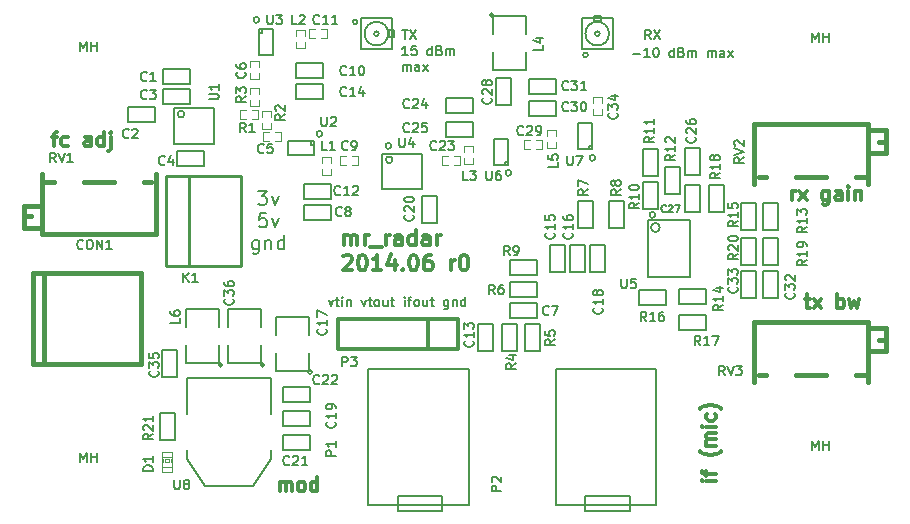
<source format=gto>
%FSLAX34Y34*%
G04 Gerber Fmt 3.4, Leading zero omitted, Abs format*
G04 (created by PCBNEW (2014-03-19 BZR 4756)-product) date Thu 12 Jun 2014 08:54:00 PM AKDT*
%MOIN*%
G01*
G70*
G90*
G04 APERTURE LIST*
%ADD10C,0.005906*%
%ADD11C,0.007874*%
%ADD12C,0.011811*%
%ADD13C,0.005000*%
%ADD14C,0.010000*%
%ADD15C,0.008000*%
%ADD16C,0.015000*%
%ADD17C,0.012000*%
%ADD18C,0.002800*%
%ADD19C,0.002600*%
%ADD20C,0.004000*%
%ADD21C,0.006890*%
G04 APERTURE END LIST*
G54D10*
G54D11*
X57039Y-35682D02*
X56859Y-35682D01*
X56949Y-35682D02*
X56949Y-35367D01*
X56919Y-35412D01*
X56889Y-35442D01*
X56859Y-35457D01*
X57324Y-35367D02*
X57174Y-35367D01*
X57159Y-35517D01*
X57174Y-35502D01*
X57204Y-35487D01*
X57279Y-35487D01*
X57309Y-35502D01*
X57324Y-35517D01*
X57339Y-35547D01*
X57339Y-35622D01*
X57324Y-35652D01*
X57309Y-35667D01*
X57279Y-35682D01*
X57204Y-35682D01*
X57174Y-35667D01*
X57159Y-35652D01*
X57849Y-35682D02*
X57849Y-35367D01*
X57849Y-35667D02*
X57819Y-35682D01*
X57759Y-35682D01*
X57729Y-35667D01*
X57714Y-35652D01*
X57699Y-35622D01*
X57699Y-35532D01*
X57714Y-35502D01*
X57729Y-35487D01*
X57759Y-35472D01*
X57819Y-35472D01*
X57849Y-35487D01*
X58104Y-35517D02*
X58149Y-35532D01*
X58164Y-35547D01*
X58179Y-35577D01*
X58179Y-35622D01*
X58164Y-35652D01*
X58149Y-35667D01*
X58119Y-35682D01*
X57999Y-35682D01*
X57999Y-35367D01*
X58104Y-35367D01*
X58134Y-35382D01*
X58149Y-35397D01*
X58164Y-35427D01*
X58164Y-35457D01*
X58149Y-35487D01*
X58134Y-35502D01*
X58104Y-35517D01*
X57999Y-35517D01*
X58314Y-35682D02*
X58314Y-35472D01*
X58314Y-35502D02*
X58329Y-35487D01*
X58359Y-35472D01*
X58404Y-35472D01*
X58434Y-35487D01*
X58449Y-35517D01*
X58449Y-35682D01*
X58449Y-35517D02*
X58464Y-35487D01*
X58494Y-35472D01*
X58539Y-35472D01*
X58569Y-35487D01*
X58584Y-35517D01*
X58584Y-35682D01*
X56874Y-36202D02*
X56874Y-35992D01*
X56874Y-36022D02*
X56889Y-36007D01*
X56919Y-35992D01*
X56964Y-35992D01*
X56994Y-36007D01*
X57009Y-36037D01*
X57009Y-36202D01*
X57009Y-36037D02*
X57024Y-36007D01*
X57054Y-35992D01*
X57099Y-35992D01*
X57129Y-36007D01*
X57144Y-36037D01*
X57144Y-36202D01*
X57429Y-36202D02*
X57429Y-36037D01*
X57414Y-36007D01*
X57384Y-35992D01*
X57324Y-35992D01*
X57294Y-36007D01*
X57429Y-36187D02*
X57399Y-36202D01*
X57324Y-36202D01*
X57294Y-36187D01*
X57279Y-36157D01*
X57279Y-36127D01*
X57294Y-36097D01*
X57324Y-36082D01*
X57399Y-36082D01*
X57429Y-36067D01*
X57549Y-36202D02*
X57714Y-35992D01*
X57549Y-35992D02*
X57714Y-36202D01*
X64550Y-35622D02*
X64790Y-35622D01*
X65105Y-35742D02*
X64925Y-35742D01*
X65015Y-35742D02*
X65015Y-35427D01*
X64985Y-35472D01*
X64955Y-35502D01*
X64925Y-35517D01*
X65300Y-35427D02*
X65330Y-35427D01*
X65360Y-35442D01*
X65375Y-35457D01*
X65390Y-35487D01*
X65405Y-35547D01*
X65405Y-35622D01*
X65390Y-35682D01*
X65375Y-35712D01*
X65360Y-35727D01*
X65330Y-35742D01*
X65300Y-35742D01*
X65270Y-35727D01*
X65255Y-35712D01*
X65240Y-35682D01*
X65225Y-35622D01*
X65225Y-35547D01*
X65240Y-35487D01*
X65255Y-35457D01*
X65270Y-35442D01*
X65300Y-35427D01*
X65915Y-35742D02*
X65915Y-35427D01*
X65915Y-35727D02*
X65885Y-35742D01*
X65825Y-35742D01*
X65795Y-35727D01*
X65780Y-35712D01*
X65765Y-35682D01*
X65765Y-35592D01*
X65780Y-35562D01*
X65795Y-35547D01*
X65825Y-35532D01*
X65885Y-35532D01*
X65915Y-35547D01*
X66170Y-35577D02*
X66214Y-35592D01*
X66229Y-35607D01*
X66244Y-35637D01*
X66244Y-35682D01*
X66229Y-35712D01*
X66214Y-35727D01*
X66185Y-35742D01*
X66065Y-35742D01*
X66065Y-35427D01*
X66170Y-35427D01*
X66200Y-35442D01*
X66214Y-35457D01*
X66229Y-35487D01*
X66229Y-35517D01*
X66214Y-35547D01*
X66200Y-35562D01*
X66170Y-35577D01*
X66065Y-35577D01*
X66379Y-35742D02*
X66379Y-35532D01*
X66379Y-35562D02*
X66394Y-35547D01*
X66424Y-35532D01*
X66469Y-35532D01*
X66499Y-35547D01*
X66514Y-35577D01*
X66514Y-35742D01*
X66514Y-35577D02*
X66529Y-35547D01*
X66559Y-35532D01*
X66604Y-35532D01*
X66634Y-35547D01*
X66649Y-35577D01*
X66649Y-35742D01*
X67039Y-35742D02*
X67039Y-35532D01*
X67039Y-35562D02*
X67054Y-35547D01*
X67084Y-35532D01*
X67129Y-35532D01*
X67159Y-35547D01*
X67174Y-35577D01*
X67174Y-35742D01*
X67174Y-35577D02*
X67189Y-35547D01*
X67219Y-35532D01*
X67264Y-35532D01*
X67294Y-35547D01*
X67309Y-35577D01*
X67309Y-35742D01*
X67594Y-35742D02*
X67594Y-35577D01*
X67579Y-35547D01*
X67549Y-35532D01*
X67489Y-35532D01*
X67459Y-35547D01*
X67594Y-35727D02*
X67564Y-35742D01*
X67489Y-35742D01*
X67459Y-35727D01*
X67444Y-35697D01*
X67444Y-35667D01*
X67459Y-35637D01*
X67489Y-35622D01*
X67564Y-35622D01*
X67594Y-35607D01*
X67714Y-35742D02*
X67879Y-35532D01*
X67714Y-35532D02*
X67879Y-35742D01*
X54405Y-43832D02*
X54480Y-44042D01*
X54555Y-43832D01*
X54630Y-43832D02*
X54750Y-43832D01*
X54675Y-43727D02*
X54675Y-43997D01*
X54690Y-44027D01*
X54720Y-44042D01*
X54750Y-44042D01*
X54855Y-44042D02*
X54855Y-43832D01*
X54855Y-43727D02*
X54840Y-43742D01*
X54855Y-43757D01*
X54870Y-43742D01*
X54855Y-43727D01*
X54855Y-43757D01*
X55005Y-43832D02*
X55005Y-44042D01*
X55005Y-43862D02*
X55020Y-43847D01*
X55050Y-43832D01*
X55095Y-43832D01*
X55125Y-43847D01*
X55140Y-43877D01*
X55140Y-44042D01*
X55500Y-43832D02*
X55575Y-44042D01*
X55650Y-43832D01*
X55725Y-43832D02*
X55845Y-43832D01*
X55770Y-43727D02*
X55770Y-43997D01*
X55785Y-44027D01*
X55815Y-44042D01*
X55845Y-44042D01*
X55995Y-44042D02*
X55965Y-44027D01*
X55950Y-44012D01*
X55935Y-43982D01*
X55935Y-43892D01*
X55950Y-43862D01*
X55965Y-43847D01*
X55995Y-43832D01*
X56040Y-43832D01*
X56070Y-43847D01*
X56085Y-43862D01*
X56100Y-43892D01*
X56100Y-43982D01*
X56085Y-44012D01*
X56070Y-44027D01*
X56040Y-44042D01*
X55995Y-44042D01*
X56370Y-43832D02*
X56370Y-44042D01*
X56235Y-43832D02*
X56235Y-43997D01*
X56250Y-44027D01*
X56280Y-44042D01*
X56325Y-44042D01*
X56355Y-44027D01*
X56370Y-44012D01*
X56475Y-43832D02*
X56595Y-43832D01*
X56520Y-43727D02*
X56520Y-43997D01*
X56535Y-44027D01*
X56565Y-44042D01*
X56595Y-44042D01*
X56939Y-44042D02*
X56939Y-43832D01*
X56939Y-43727D02*
X56924Y-43742D01*
X56939Y-43757D01*
X56954Y-43742D01*
X56939Y-43727D01*
X56939Y-43757D01*
X57044Y-43832D02*
X57164Y-43832D01*
X57089Y-44042D02*
X57089Y-43772D01*
X57104Y-43742D01*
X57134Y-43727D01*
X57164Y-43727D01*
X57314Y-44042D02*
X57284Y-44027D01*
X57269Y-44012D01*
X57254Y-43982D01*
X57254Y-43892D01*
X57269Y-43862D01*
X57284Y-43847D01*
X57314Y-43832D01*
X57359Y-43832D01*
X57389Y-43847D01*
X57404Y-43862D01*
X57419Y-43892D01*
X57419Y-43982D01*
X57404Y-44012D01*
X57389Y-44027D01*
X57359Y-44042D01*
X57314Y-44042D01*
X57689Y-43832D02*
X57689Y-44042D01*
X57554Y-43832D02*
X57554Y-43997D01*
X57569Y-44027D01*
X57599Y-44042D01*
X57644Y-44042D01*
X57674Y-44027D01*
X57689Y-44012D01*
X57794Y-43832D02*
X57914Y-43832D01*
X57839Y-43727D02*
X57839Y-43997D01*
X57854Y-44027D01*
X57884Y-44042D01*
X57914Y-44042D01*
X58394Y-43832D02*
X58394Y-44087D01*
X58379Y-44117D01*
X58364Y-44132D01*
X58334Y-44147D01*
X58289Y-44147D01*
X58259Y-44132D01*
X58394Y-44027D02*
X58364Y-44042D01*
X58304Y-44042D01*
X58274Y-44027D01*
X58259Y-44012D01*
X58244Y-43982D01*
X58244Y-43892D01*
X58259Y-43862D01*
X58274Y-43847D01*
X58304Y-43832D01*
X58364Y-43832D01*
X58394Y-43847D01*
X58544Y-43832D02*
X58544Y-44042D01*
X58544Y-43862D02*
X58559Y-43847D01*
X58589Y-43832D01*
X58634Y-43832D01*
X58664Y-43847D01*
X58679Y-43877D01*
X58679Y-44042D01*
X58964Y-44042D02*
X58964Y-43727D01*
X58964Y-44027D02*
X58934Y-44042D01*
X58874Y-44042D01*
X58844Y-44027D01*
X58829Y-44012D01*
X58814Y-43982D01*
X58814Y-43892D01*
X58829Y-43862D01*
X58844Y-43847D01*
X58874Y-43832D01*
X58934Y-43832D01*
X58964Y-43847D01*
X52062Y-40201D02*
X52355Y-40201D01*
X52197Y-40381D01*
X52265Y-40381D01*
X52310Y-40403D01*
X52332Y-40426D01*
X52355Y-40471D01*
X52355Y-40583D01*
X52332Y-40628D01*
X52310Y-40651D01*
X52265Y-40673D01*
X52130Y-40673D01*
X52085Y-40651D01*
X52062Y-40628D01*
X52512Y-40358D02*
X52624Y-40673D01*
X52737Y-40358D01*
X52332Y-40941D02*
X52107Y-40941D01*
X52085Y-41166D01*
X52107Y-41143D01*
X52152Y-41121D01*
X52265Y-41121D01*
X52310Y-41143D01*
X52332Y-41166D01*
X52355Y-41211D01*
X52355Y-41323D01*
X52332Y-41368D01*
X52310Y-41391D01*
X52265Y-41413D01*
X52152Y-41413D01*
X52107Y-41391D01*
X52085Y-41368D01*
X52512Y-41098D02*
X52624Y-41413D01*
X52737Y-41098D01*
X52073Y-41838D02*
X52073Y-42221D01*
X52051Y-42266D01*
X52028Y-42288D01*
X51983Y-42311D01*
X51916Y-42311D01*
X51871Y-42288D01*
X52073Y-42131D02*
X52028Y-42153D01*
X51938Y-42153D01*
X51893Y-42131D01*
X51871Y-42108D01*
X51848Y-42063D01*
X51848Y-41928D01*
X51871Y-41883D01*
X51893Y-41861D01*
X51938Y-41838D01*
X52028Y-41838D01*
X52073Y-41861D01*
X52298Y-41838D02*
X52298Y-42153D01*
X52298Y-41883D02*
X52321Y-41861D01*
X52366Y-41838D01*
X52433Y-41838D01*
X52478Y-41861D01*
X52501Y-41906D01*
X52501Y-42153D01*
X52928Y-42153D02*
X52928Y-41681D01*
X52928Y-42131D02*
X52883Y-42153D01*
X52793Y-42153D01*
X52748Y-42131D01*
X52726Y-42108D01*
X52703Y-42063D01*
X52703Y-41928D01*
X52726Y-41883D01*
X52748Y-41861D01*
X52793Y-41838D01*
X52883Y-41838D01*
X52928Y-41861D01*
G54D12*
X54921Y-42014D02*
X54921Y-41673D01*
X54921Y-41721D02*
X54946Y-41697D01*
X54994Y-41673D01*
X55068Y-41673D01*
X55116Y-41697D01*
X55141Y-41746D01*
X55141Y-42014D01*
X55141Y-41746D02*
X55165Y-41697D01*
X55214Y-41673D01*
X55287Y-41673D01*
X55336Y-41697D01*
X55360Y-41746D01*
X55360Y-42014D01*
X55604Y-42014D02*
X55604Y-41673D01*
X55604Y-41770D02*
X55628Y-41721D01*
X55653Y-41697D01*
X55701Y-41673D01*
X55750Y-41673D01*
X55799Y-42062D02*
X56189Y-42062D01*
X56311Y-42014D02*
X56311Y-41673D01*
X56311Y-41770D02*
X56335Y-41721D01*
X56359Y-41697D01*
X56408Y-41673D01*
X56457Y-41673D01*
X56847Y-42014D02*
X56847Y-41746D01*
X56822Y-41697D01*
X56774Y-41673D01*
X56676Y-41673D01*
X56627Y-41697D01*
X56847Y-41989D02*
X56798Y-42014D01*
X56676Y-42014D01*
X56627Y-41989D01*
X56603Y-41941D01*
X56603Y-41892D01*
X56627Y-41843D01*
X56676Y-41819D01*
X56798Y-41819D01*
X56847Y-41794D01*
X57310Y-42014D02*
X57310Y-41502D01*
X57310Y-41989D02*
X57261Y-42014D01*
X57164Y-42014D01*
X57115Y-41989D01*
X57090Y-41965D01*
X57066Y-41916D01*
X57066Y-41770D01*
X57090Y-41721D01*
X57115Y-41697D01*
X57164Y-41673D01*
X57261Y-41673D01*
X57310Y-41697D01*
X57773Y-42014D02*
X57773Y-41746D01*
X57749Y-41697D01*
X57700Y-41673D01*
X57602Y-41673D01*
X57554Y-41697D01*
X57773Y-41989D02*
X57724Y-42014D01*
X57602Y-42014D01*
X57554Y-41989D01*
X57529Y-41941D01*
X57529Y-41892D01*
X57554Y-41843D01*
X57602Y-41819D01*
X57724Y-41819D01*
X57773Y-41794D01*
X58017Y-42014D02*
X58017Y-41673D01*
X58017Y-41770D02*
X58041Y-41721D01*
X58065Y-41697D01*
X58114Y-41673D01*
X58163Y-41673D01*
X54897Y-42385D02*
X54921Y-42361D01*
X54970Y-42337D01*
X55092Y-42337D01*
X55141Y-42361D01*
X55165Y-42385D01*
X55189Y-42434D01*
X55189Y-42483D01*
X55165Y-42556D01*
X54873Y-42848D01*
X55189Y-42848D01*
X55506Y-42337D02*
X55555Y-42337D01*
X55604Y-42361D01*
X55628Y-42385D01*
X55653Y-42434D01*
X55677Y-42532D01*
X55677Y-42653D01*
X55653Y-42751D01*
X55628Y-42800D01*
X55604Y-42824D01*
X55555Y-42848D01*
X55506Y-42848D01*
X55458Y-42824D01*
X55433Y-42800D01*
X55409Y-42751D01*
X55384Y-42653D01*
X55384Y-42532D01*
X55409Y-42434D01*
X55433Y-42385D01*
X55458Y-42361D01*
X55506Y-42337D01*
X56164Y-42848D02*
X55872Y-42848D01*
X56018Y-42848D02*
X56018Y-42337D01*
X55969Y-42410D01*
X55921Y-42458D01*
X55872Y-42483D01*
X56603Y-42507D02*
X56603Y-42848D01*
X56481Y-42312D02*
X56359Y-42678D01*
X56676Y-42678D01*
X56871Y-42800D02*
X56895Y-42824D01*
X56871Y-42848D01*
X56847Y-42824D01*
X56871Y-42800D01*
X56871Y-42848D01*
X57212Y-42337D02*
X57261Y-42337D01*
X57310Y-42361D01*
X57334Y-42385D01*
X57359Y-42434D01*
X57383Y-42532D01*
X57383Y-42653D01*
X57359Y-42751D01*
X57334Y-42800D01*
X57310Y-42824D01*
X57261Y-42848D01*
X57212Y-42848D01*
X57164Y-42824D01*
X57139Y-42800D01*
X57115Y-42751D01*
X57090Y-42653D01*
X57090Y-42532D01*
X57115Y-42434D01*
X57139Y-42385D01*
X57164Y-42361D01*
X57212Y-42337D01*
X57822Y-42337D02*
X57724Y-42337D01*
X57675Y-42361D01*
X57651Y-42385D01*
X57602Y-42458D01*
X57578Y-42556D01*
X57578Y-42751D01*
X57602Y-42800D01*
X57627Y-42824D01*
X57675Y-42848D01*
X57773Y-42848D01*
X57822Y-42824D01*
X57846Y-42800D01*
X57870Y-42751D01*
X57870Y-42629D01*
X57846Y-42580D01*
X57822Y-42556D01*
X57773Y-42532D01*
X57675Y-42532D01*
X57627Y-42556D01*
X57602Y-42580D01*
X57578Y-42629D01*
X58480Y-42848D02*
X58480Y-42507D01*
X58480Y-42605D02*
X58504Y-42556D01*
X58528Y-42532D01*
X58577Y-42507D01*
X58626Y-42507D01*
X58894Y-42337D02*
X58943Y-42337D01*
X58991Y-42361D01*
X59016Y-42385D01*
X59040Y-42434D01*
X59065Y-42532D01*
X59065Y-42653D01*
X59040Y-42751D01*
X59016Y-42800D01*
X58991Y-42824D01*
X58943Y-42848D01*
X58894Y-42848D01*
X58845Y-42824D01*
X58821Y-42800D01*
X58797Y-42751D01*
X58772Y-42653D01*
X58772Y-42532D01*
X58797Y-42434D01*
X58821Y-42385D01*
X58845Y-42361D01*
X58894Y-42337D01*
X52770Y-50213D02*
X52770Y-49898D01*
X52770Y-49943D02*
X52792Y-49921D01*
X52837Y-49898D01*
X52905Y-49898D01*
X52950Y-49921D01*
X52972Y-49966D01*
X52972Y-50213D01*
X52972Y-49966D02*
X52995Y-49921D01*
X53040Y-49898D01*
X53107Y-49898D01*
X53152Y-49921D01*
X53175Y-49966D01*
X53175Y-50213D01*
X53467Y-50213D02*
X53422Y-50191D01*
X53400Y-50168D01*
X53377Y-50123D01*
X53377Y-49988D01*
X53400Y-49943D01*
X53422Y-49921D01*
X53467Y-49898D01*
X53534Y-49898D01*
X53579Y-49921D01*
X53602Y-49943D01*
X53624Y-49988D01*
X53624Y-50123D01*
X53602Y-50168D01*
X53579Y-50191D01*
X53534Y-50213D01*
X53467Y-50213D01*
X54029Y-50213D02*
X54029Y-49741D01*
X54029Y-50191D02*
X53984Y-50213D01*
X53894Y-50213D01*
X53849Y-50191D01*
X53827Y-50168D01*
X53804Y-50123D01*
X53804Y-49988D01*
X53827Y-49943D01*
X53849Y-49921D01*
X53894Y-49898D01*
X53984Y-49898D01*
X54029Y-49921D01*
X67313Y-49859D02*
X66998Y-49859D01*
X66841Y-49859D02*
X66863Y-49882D01*
X66886Y-49859D01*
X66863Y-49837D01*
X66841Y-49859D01*
X66886Y-49859D01*
X66998Y-49702D02*
X66998Y-49522D01*
X67313Y-49634D02*
X66908Y-49634D01*
X66863Y-49612D01*
X66841Y-49567D01*
X66841Y-49522D01*
X67493Y-48869D02*
X67471Y-48892D01*
X67403Y-48937D01*
X67358Y-48959D01*
X67291Y-48982D01*
X67178Y-49004D01*
X67088Y-49004D01*
X66976Y-48982D01*
X66908Y-48959D01*
X66863Y-48937D01*
X66796Y-48892D01*
X66773Y-48869D01*
X67313Y-48689D02*
X66998Y-48689D01*
X67043Y-48689D02*
X67021Y-48667D01*
X66998Y-48622D01*
X66998Y-48555D01*
X67021Y-48510D01*
X67066Y-48487D01*
X67313Y-48487D01*
X67066Y-48487D02*
X67021Y-48465D01*
X66998Y-48420D01*
X66998Y-48352D01*
X67021Y-48307D01*
X67066Y-48285D01*
X67313Y-48285D01*
X67313Y-48060D02*
X66998Y-48060D01*
X66841Y-48060D02*
X66863Y-48082D01*
X66886Y-48060D01*
X66863Y-48037D01*
X66841Y-48060D01*
X66886Y-48060D01*
X67291Y-47632D02*
X67313Y-47677D01*
X67313Y-47767D01*
X67291Y-47812D01*
X67268Y-47835D01*
X67223Y-47857D01*
X67088Y-47857D01*
X67043Y-47835D01*
X67021Y-47812D01*
X66998Y-47767D01*
X66998Y-47677D01*
X67021Y-47632D01*
X67493Y-47475D02*
X67471Y-47452D01*
X67403Y-47407D01*
X67358Y-47385D01*
X67291Y-47362D01*
X67178Y-47340D01*
X67088Y-47340D01*
X66976Y-47362D01*
X66908Y-47385D01*
X66863Y-47407D01*
X66796Y-47452D01*
X66773Y-47475D01*
X70277Y-43798D02*
X70457Y-43798D01*
X70345Y-43641D02*
X70345Y-44046D01*
X70367Y-44091D01*
X70412Y-44113D01*
X70457Y-44113D01*
X70570Y-44113D02*
X70817Y-43798D01*
X70570Y-43798D02*
X70817Y-44113D01*
X71357Y-44113D02*
X71357Y-43641D01*
X71357Y-43821D02*
X71402Y-43798D01*
X71492Y-43798D01*
X71537Y-43821D01*
X71559Y-43843D01*
X71582Y-43888D01*
X71582Y-44023D01*
X71559Y-44068D01*
X71537Y-44091D01*
X71492Y-44113D01*
X71402Y-44113D01*
X71357Y-44091D01*
X71739Y-43798D02*
X71829Y-44113D01*
X71919Y-43888D01*
X72009Y-44113D01*
X72099Y-43798D01*
X69841Y-40513D02*
X69841Y-40198D01*
X69841Y-40288D02*
X69863Y-40243D01*
X69886Y-40221D01*
X69931Y-40198D01*
X69976Y-40198D01*
X70088Y-40513D02*
X70336Y-40198D01*
X70088Y-40198D02*
X70336Y-40513D01*
X71078Y-40198D02*
X71078Y-40581D01*
X71056Y-40626D01*
X71033Y-40648D01*
X70988Y-40671D01*
X70921Y-40671D01*
X70876Y-40648D01*
X71078Y-40491D02*
X71033Y-40513D01*
X70943Y-40513D01*
X70898Y-40491D01*
X70876Y-40468D01*
X70853Y-40423D01*
X70853Y-40288D01*
X70876Y-40243D01*
X70898Y-40221D01*
X70943Y-40198D01*
X71033Y-40198D01*
X71078Y-40221D01*
X71506Y-40513D02*
X71506Y-40266D01*
X71483Y-40221D01*
X71438Y-40198D01*
X71348Y-40198D01*
X71303Y-40221D01*
X71506Y-40491D02*
X71461Y-40513D01*
X71348Y-40513D01*
X71303Y-40491D01*
X71281Y-40446D01*
X71281Y-40401D01*
X71303Y-40356D01*
X71348Y-40333D01*
X71461Y-40333D01*
X71506Y-40311D01*
X71731Y-40513D02*
X71731Y-40198D01*
X71731Y-40041D02*
X71708Y-40063D01*
X71731Y-40086D01*
X71753Y-40063D01*
X71731Y-40041D01*
X71731Y-40086D01*
X71956Y-40198D02*
X71956Y-40513D01*
X71956Y-40243D02*
X71978Y-40221D01*
X72023Y-40198D01*
X72091Y-40198D01*
X72136Y-40221D01*
X72158Y-40266D01*
X72158Y-40513D01*
X45187Y-38398D02*
X45367Y-38398D01*
X45255Y-38713D02*
X45255Y-38308D01*
X45277Y-38263D01*
X45322Y-38241D01*
X45367Y-38241D01*
X45727Y-38691D02*
X45682Y-38713D01*
X45592Y-38713D01*
X45547Y-38691D01*
X45525Y-38668D01*
X45502Y-38623D01*
X45502Y-38488D01*
X45525Y-38443D01*
X45547Y-38421D01*
X45592Y-38398D01*
X45682Y-38398D01*
X45727Y-38421D01*
X46492Y-38713D02*
X46492Y-38466D01*
X46469Y-38421D01*
X46424Y-38398D01*
X46334Y-38398D01*
X46289Y-38421D01*
X46492Y-38691D02*
X46447Y-38713D01*
X46334Y-38713D01*
X46289Y-38691D01*
X46267Y-38646D01*
X46267Y-38601D01*
X46289Y-38556D01*
X46334Y-38533D01*
X46447Y-38533D01*
X46492Y-38511D01*
X46919Y-38713D02*
X46919Y-38241D01*
X46919Y-38691D02*
X46874Y-38713D01*
X46784Y-38713D01*
X46739Y-38691D01*
X46717Y-38668D01*
X46694Y-38623D01*
X46694Y-38488D01*
X46717Y-38443D01*
X46739Y-38421D01*
X46784Y-38398D01*
X46874Y-38398D01*
X46919Y-38421D01*
X47144Y-38398D02*
X47144Y-38803D01*
X47122Y-38848D01*
X47077Y-38871D01*
X47054Y-38871D01*
X47144Y-38241D02*
X47122Y-38263D01*
X47144Y-38286D01*
X47167Y-38263D01*
X47144Y-38241D01*
X47144Y-38286D01*
G54D11*
X52100Y-34500D02*
G75*
G03X52100Y-34500I-100J0D01*
G74*
G01*
X54200Y-38300D02*
G75*
G03X54200Y-38300I-100J0D01*
G74*
G01*
X63300Y-39100D02*
G75*
G03X63300Y-39100I-100J0D01*
G74*
G01*
X60500Y-39600D02*
G75*
G03X60500Y-39600I-100J0D01*
G74*
G01*
X56500Y-38700D02*
G75*
G03X56500Y-38700I-100J0D01*
G74*
G01*
X65300Y-41000D02*
G75*
G03X65300Y-41000I-100J0D01*
G74*
G01*
G54D13*
X49770Y-36650D02*
X48870Y-36650D01*
X48870Y-36650D02*
X48870Y-36150D01*
X48870Y-36150D02*
X49770Y-36150D01*
X49770Y-36150D02*
X49770Y-36650D01*
X47710Y-37410D02*
X48610Y-37410D01*
X48610Y-37410D02*
X48610Y-37910D01*
X48610Y-37910D02*
X47710Y-37910D01*
X47710Y-37910D02*
X47710Y-37410D01*
X49770Y-37290D02*
X48870Y-37290D01*
X48870Y-37290D02*
X48870Y-36790D01*
X48870Y-36790D02*
X49770Y-36790D01*
X49770Y-36790D02*
X49770Y-37290D01*
X50250Y-39370D02*
X49350Y-39370D01*
X49350Y-39370D02*
X49350Y-38870D01*
X49350Y-38870D02*
X50250Y-38870D01*
X50250Y-38870D02*
X50250Y-39370D01*
X61350Y-44430D02*
X60450Y-44430D01*
X60450Y-44430D02*
X60450Y-43930D01*
X60450Y-43930D02*
X61350Y-43930D01*
X61350Y-43930D02*
X61350Y-44430D01*
X53570Y-40670D02*
X54470Y-40670D01*
X54470Y-40670D02*
X54470Y-41170D01*
X54470Y-41170D02*
X53570Y-41170D01*
X53570Y-41170D02*
X53570Y-40670D01*
X54230Y-36430D02*
X53330Y-36430D01*
X53330Y-36430D02*
X53330Y-35930D01*
X53330Y-35930D02*
X54230Y-35930D01*
X54230Y-35930D02*
X54230Y-36430D01*
X53570Y-39970D02*
X54470Y-39970D01*
X54470Y-39970D02*
X54470Y-40470D01*
X54470Y-40470D02*
X53570Y-40470D01*
X53570Y-40470D02*
X53570Y-39970D01*
X59400Y-45525D02*
X59400Y-44625D01*
X59400Y-44625D02*
X59900Y-44625D01*
X59900Y-44625D02*
X59900Y-45525D01*
X59900Y-45525D02*
X59400Y-45525D01*
X54230Y-37130D02*
X53330Y-37130D01*
X53330Y-37130D02*
X53330Y-36630D01*
X53330Y-36630D02*
X54230Y-36630D01*
X54230Y-36630D02*
X54230Y-37130D01*
X61800Y-42900D02*
X61800Y-42000D01*
X61800Y-42000D02*
X62300Y-42000D01*
X62300Y-42000D02*
X62300Y-42900D01*
X62300Y-42900D02*
X61800Y-42900D01*
X62460Y-42900D02*
X62460Y-42000D01*
X62460Y-42000D02*
X62960Y-42000D01*
X62960Y-42000D02*
X62960Y-42900D01*
X62960Y-42900D02*
X62460Y-42900D01*
X53870Y-46250D02*
G75*
G03X53870Y-46250I-70J0D01*
G74*
G01*
X52650Y-45600D02*
X52650Y-46200D01*
X52650Y-46200D02*
X53750Y-46200D01*
X53750Y-46200D02*
X53750Y-45600D01*
X53750Y-45000D02*
X53750Y-44400D01*
X53750Y-44400D02*
X52650Y-44400D01*
X52650Y-44400D02*
X52650Y-45000D01*
X63620Y-42000D02*
X63620Y-42900D01*
X63620Y-42900D02*
X63120Y-42900D01*
X63120Y-42900D02*
X63120Y-42000D01*
X63120Y-42000D02*
X63620Y-42000D01*
X52875Y-47525D02*
X53775Y-47525D01*
X53775Y-47525D02*
X53775Y-48025D01*
X53775Y-48025D02*
X52875Y-48025D01*
X52875Y-48025D02*
X52875Y-47525D01*
X57510Y-41270D02*
X57510Y-40370D01*
X57510Y-40370D02*
X58010Y-40370D01*
X58010Y-40370D02*
X58010Y-41270D01*
X58010Y-41270D02*
X57510Y-41270D01*
X53775Y-48825D02*
X52875Y-48825D01*
X52875Y-48825D02*
X52875Y-48325D01*
X52875Y-48325D02*
X53775Y-48325D01*
X53775Y-48325D02*
X53775Y-48825D01*
X53775Y-47225D02*
X52875Y-47225D01*
X52875Y-47225D02*
X52875Y-46725D01*
X52875Y-46725D02*
X53775Y-46725D01*
X53775Y-46725D02*
X53775Y-47225D01*
X58330Y-37090D02*
X59230Y-37090D01*
X59230Y-37090D02*
X59230Y-37590D01*
X59230Y-37590D02*
X58330Y-37590D01*
X58330Y-37590D02*
X58330Y-37090D01*
X58330Y-37890D02*
X59230Y-37890D01*
X59230Y-37890D02*
X59230Y-38390D01*
X59230Y-38390D02*
X58330Y-38390D01*
X58330Y-38390D02*
X58330Y-37890D01*
X66790Y-38770D02*
X66790Y-39670D01*
X66790Y-39670D02*
X66290Y-39670D01*
X66290Y-39670D02*
X66290Y-38770D01*
X66290Y-38770D02*
X66790Y-38770D01*
X66790Y-39990D02*
X66790Y-40890D01*
X66790Y-40890D02*
X66290Y-40890D01*
X66290Y-40890D02*
X66290Y-39990D01*
X66290Y-39990D02*
X66790Y-39990D01*
X59970Y-37350D02*
X59970Y-36450D01*
X59970Y-36450D02*
X60470Y-36450D01*
X60470Y-36450D02*
X60470Y-37350D01*
X60470Y-37350D02*
X59970Y-37350D01*
X61090Y-37190D02*
X61990Y-37190D01*
X61990Y-37190D02*
X61990Y-37690D01*
X61990Y-37690D02*
X61090Y-37690D01*
X61090Y-37690D02*
X61090Y-37190D01*
X61090Y-36470D02*
X61990Y-36470D01*
X61990Y-36470D02*
X61990Y-36970D01*
X61990Y-36970D02*
X61090Y-36970D01*
X61090Y-36970D02*
X61090Y-36470D01*
X68897Y-43762D02*
X68897Y-42862D01*
X68897Y-42862D02*
X69397Y-42862D01*
X69397Y-42862D02*
X69397Y-43762D01*
X69397Y-43762D02*
X68897Y-43762D01*
X68647Y-42862D02*
X68647Y-43762D01*
X68647Y-43762D02*
X68147Y-43762D01*
X68147Y-43762D02*
X68147Y-42862D01*
X68147Y-42862D02*
X68647Y-42862D01*
G54D14*
X49000Y-42700D02*
X51500Y-42700D01*
X49000Y-39700D02*
X51500Y-39700D01*
X49750Y-39700D02*
X49750Y-42700D01*
X49000Y-42700D02*
X49000Y-39700D01*
X51500Y-39700D02*
X51500Y-42700D01*
G54D13*
X60190Y-45530D02*
X60190Y-44630D01*
X60190Y-44630D02*
X60690Y-44630D01*
X60690Y-44630D02*
X60690Y-45530D01*
X60690Y-45530D02*
X60190Y-45530D01*
X60950Y-45530D02*
X60950Y-44630D01*
X60950Y-44630D02*
X61450Y-44630D01*
X61450Y-44630D02*
X61450Y-45530D01*
X61450Y-45530D02*
X60950Y-45530D01*
X60450Y-43230D02*
X61350Y-43230D01*
X61350Y-43230D02*
X61350Y-43730D01*
X61350Y-43730D02*
X60450Y-43730D01*
X60450Y-43730D02*
X60450Y-43230D01*
X62720Y-41440D02*
X62720Y-40540D01*
X62720Y-40540D02*
X63220Y-40540D01*
X63220Y-40540D02*
X63220Y-41440D01*
X63220Y-41440D02*
X62720Y-41440D01*
X63740Y-41440D02*
X63740Y-40540D01*
X63740Y-40540D02*
X64240Y-40540D01*
X64240Y-40540D02*
X64240Y-41440D01*
X64240Y-41440D02*
X63740Y-41440D01*
X60450Y-42510D02*
X61350Y-42510D01*
X61350Y-42510D02*
X61350Y-43010D01*
X61350Y-43010D02*
X60450Y-43010D01*
X60450Y-43010D02*
X60450Y-42510D01*
X64887Y-40802D02*
X64887Y-39902D01*
X64887Y-39902D02*
X65387Y-39902D01*
X65387Y-39902D02*
X65387Y-40802D01*
X65387Y-40802D02*
X64887Y-40802D01*
X64890Y-39690D02*
X64890Y-38790D01*
X64890Y-38790D02*
X65390Y-38790D01*
X65390Y-38790D02*
X65390Y-39690D01*
X65390Y-39690D02*
X64890Y-39690D01*
X66110Y-39390D02*
X66110Y-40290D01*
X66110Y-40290D02*
X65610Y-40290D01*
X65610Y-40290D02*
X65610Y-39390D01*
X65610Y-39390D02*
X66110Y-39390D01*
X69397Y-40612D02*
X69397Y-41512D01*
X69397Y-41512D02*
X68897Y-41512D01*
X68897Y-41512D02*
X68897Y-40612D01*
X68897Y-40612D02*
X69397Y-40612D01*
X67000Y-43980D02*
X66100Y-43980D01*
X66100Y-43980D02*
X66100Y-43480D01*
X66100Y-43480D02*
X67000Y-43480D01*
X67000Y-43480D02*
X67000Y-43980D01*
X68647Y-40612D02*
X68647Y-41512D01*
X68647Y-41512D02*
X68147Y-41512D01*
X68147Y-41512D02*
X68147Y-40612D01*
X68147Y-40612D02*
X68647Y-40612D01*
X64740Y-43500D02*
X65640Y-43500D01*
X65640Y-43500D02*
X65640Y-44000D01*
X65640Y-44000D02*
X64740Y-44000D01*
X64740Y-44000D02*
X64740Y-43500D01*
X66100Y-44325D02*
X67000Y-44325D01*
X67000Y-44325D02*
X67000Y-44825D01*
X67000Y-44825D02*
X66100Y-44825D01*
X66100Y-44825D02*
X66100Y-44325D01*
X67090Y-40890D02*
X67090Y-39990D01*
X67090Y-39990D02*
X67590Y-39990D01*
X67590Y-39990D02*
X67590Y-40890D01*
X67590Y-40890D02*
X67090Y-40890D01*
X69397Y-41762D02*
X69397Y-42662D01*
X69397Y-42662D02*
X68897Y-42662D01*
X68897Y-42662D02*
X68897Y-41762D01*
X68897Y-41762D02*
X69397Y-41762D01*
X68647Y-41762D02*
X68647Y-42662D01*
X68647Y-42662D02*
X68147Y-42662D01*
X68147Y-42662D02*
X68147Y-41762D01*
X68147Y-41762D02*
X68647Y-41762D01*
G54D10*
X50589Y-37449D02*
X50589Y-38630D01*
X50589Y-38630D02*
X49250Y-38630D01*
X49250Y-38630D02*
X49250Y-37449D01*
X49250Y-37449D02*
X50589Y-37449D01*
G54D13*
X49597Y-37646D02*
G75*
G03X49597Y-37646I-111J0D01*
G74*
G01*
G54D10*
X53933Y-38661D02*
X53814Y-38661D01*
X53814Y-38661D02*
X53814Y-38543D01*
X53066Y-38543D02*
X53066Y-39016D01*
X53933Y-39016D02*
X53933Y-38543D01*
X53933Y-38543D02*
X53066Y-38543D01*
X53066Y-39016D02*
X53933Y-39016D01*
X52201Y-34806D02*
X52201Y-34925D01*
X52201Y-34925D02*
X52083Y-34925D01*
X52083Y-35673D02*
X52556Y-35673D01*
X52556Y-34806D02*
X52083Y-34806D01*
X52083Y-34806D02*
X52083Y-35673D01*
X52556Y-35673D02*
X52556Y-34806D01*
X57529Y-38969D02*
X57529Y-40150D01*
X57529Y-40150D02*
X56190Y-40150D01*
X56190Y-40150D02*
X56190Y-38969D01*
X56190Y-38969D02*
X57529Y-38969D01*
G54D13*
X56537Y-39166D02*
G75*
G03X56537Y-39166I-111J0D01*
G74*
G01*
G54D15*
X66447Y-41172D02*
X66447Y-43072D01*
X66447Y-43072D02*
X65047Y-43072D01*
X65047Y-43072D02*
X65047Y-41172D01*
X65047Y-41172D02*
X66447Y-41172D01*
X65447Y-41422D02*
G75*
G03X65447Y-41422I-150J0D01*
G74*
G01*
G54D10*
X60278Y-39353D02*
X60278Y-39234D01*
X60278Y-39234D02*
X60396Y-39234D01*
X60396Y-38486D02*
X59923Y-38486D01*
X59923Y-39353D02*
X60396Y-39353D01*
X60396Y-39353D02*
X60396Y-38486D01*
X59923Y-38486D02*
X59923Y-39353D01*
X63078Y-38813D02*
X63078Y-38694D01*
X63078Y-38694D02*
X63196Y-38694D01*
X63196Y-37946D02*
X62723Y-37946D01*
X62723Y-38813D02*
X63196Y-38813D01*
X63196Y-38813D02*
X63196Y-37946D01*
X62723Y-37946D02*
X62723Y-38813D01*
G54D15*
X56433Y-35078D02*
X56433Y-34841D01*
X56590Y-35078D02*
X56393Y-35078D01*
X56590Y-35078D02*
X56590Y-34841D01*
X56590Y-34841D02*
X56393Y-34841D01*
X56078Y-34960D02*
G75*
G03X56078Y-34960I-78J0D01*
G74*
G01*
X56393Y-34960D02*
G75*
G03X56393Y-34960I-393J0D01*
G74*
G01*
X55370Y-34566D02*
G75*
G03X55370Y-34566I-78J0D01*
G74*
G01*
X55488Y-34448D02*
X55488Y-35471D01*
X55488Y-35471D02*
X56511Y-35471D01*
X56511Y-35471D02*
X56511Y-34448D01*
X56511Y-34448D02*
X55488Y-34448D01*
X63478Y-34526D02*
X63241Y-34526D01*
X63478Y-34369D02*
X63478Y-34566D01*
X63478Y-34369D02*
X63241Y-34369D01*
X63241Y-34369D02*
X63241Y-34566D01*
X63438Y-34960D02*
G75*
G03X63438Y-34960I-78J0D01*
G74*
G01*
X63753Y-34960D02*
G75*
G03X63753Y-34960I-393J0D01*
G74*
G01*
X63045Y-35668D02*
G75*
G03X63045Y-35668I-78J0D01*
G74*
G01*
X62848Y-35471D02*
X63871Y-35471D01*
X63871Y-35471D02*
X63871Y-34448D01*
X63871Y-34448D02*
X62848Y-34448D01*
X62848Y-34448D02*
X62848Y-35471D01*
G54D10*
X56712Y-50563D02*
X56712Y-50859D01*
X56712Y-50859D02*
X58188Y-50859D01*
X58188Y-50859D02*
X58188Y-50563D01*
X58188Y-50662D02*
X58188Y-50366D01*
X58188Y-50366D02*
X56712Y-50366D01*
X56712Y-50366D02*
X56712Y-50662D01*
X57598Y-50662D02*
X55728Y-50662D01*
X55728Y-50662D02*
X55728Y-46134D01*
X55728Y-46134D02*
X59074Y-46134D01*
X59074Y-46134D02*
X59074Y-50662D01*
X59074Y-50662D02*
X57598Y-50662D01*
X62962Y-50563D02*
X62962Y-50859D01*
X62962Y-50859D02*
X64438Y-50859D01*
X64438Y-50859D02*
X64438Y-50563D01*
X64438Y-50662D02*
X64438Y-50366D01*
X64438Y-50366D02*
X62962Y-50366D01*
X62962Y-50366D02*
X62962Y-50662D01*
X63848Y-50662D02*
X61978Y-50662D01*
X61978Y-50662D02*
X61978Y-46134D01*
X61978Y-46134D02*
X65324Y-46134D01*
X65324Y-46134D02*
X65324Y-50662D01*
X65324Y-50662D02*
X63848Y-50662D01*
G54D13*
X49350Y-45500D02*
X49350Y-46400D01*
X49350Y-46400D02*
X48850Y-46400D01*
X48850Y-46400D02*
X48850Y-45500D01*
X48850Y-45500D02*
X49350Y-45500D01*
X52270Y-46000D02*
G75*
G03X52270Y-46000I-70J0D01*
G74*
G01*
X51050Y-45350D02*
X51050Y-45950D01*
X51050Y-45950D02*
X52150Y-45950D01*
X52150Y-45950D02*
X52150Y-45350D01*
X52150Y-44750D02*
X52150Y-44150D01*
X52150Y-44150D02*
X51050Y-44150D01*
X51050Y-44150D02*
X51050Y-44750D01*
G54D16*
X44933Y-42934D02*
X44933Y-45966D01*
X44539Y-42934D02*
X44539Y-45966D01*
X44539Y-45966D02*
X48161Y-45966D01*
X48161Y-45966D02*
X48161Y-42934D01*
X48161Y-42934D02*
X44539Y-42934D01*
G54D13*
X59910Y-34330D02*
G75*
G03X59910Y-34330I-70J0D01*
G74*
G01*
X60990Y-34980D02*
X60990Y-34380D01*
X60990Y-34380D02*
X59890Y-34380D01*
X59890Y-34380D02*
X59890Y-34980D01*
X59890Y-35580D02*
X59890Y-36180D01*
X59890Y-36180D02*
X60990Y-36180D01*
X60990Y-36180D02*
X60990Y-35580D01*
X50870Y-46000D02*
G75*
G03X50870Y-46000I-70J0D01*
G74*
G01*
X49650Y-45350D02*
X49650Y-45950D01*
X49650Y-45950D02*
X50750Y-45950D01*
X50750Y-45950D02*
X50750Y-45350D01*
X50750Y-44750D02*
X50750Y-44150D01*
X50750Y-44150D02*
X49650Y-44150D01*
X49650Y-44150D02*
X49650Y-44750D01*
G54D17*
X58725Y-45475D02*
X58725Y-45475D01*
X58725Y-44475D02*
X58725Y-45475D01*
X58725Y-45475D02*
X58725Y-45475D01*
X58725Y-45475D02*
X54725Y-45475D01*
X54725Y-45475D02*
X54725Y-44475D01*
X54725Y-44475D02*
X58725Y-44475D01*
X57725Y-44475D02*
X57725Y-45475D01*
G54D15*
X52500Y-47650D02*
X52500Y-46450D01*
X52500Y-46450D02*
X49700Y-46450D01*
X49700Y-46450D02*
X49700Y-47650D01*
X52500Y-48850D02*
X52500Y-49150D01*
X52500Y-49150D02*
X51900Y-50050D01*
X51900Y-50050D02*
X50300Y-50050D01*
X50300Y-50050D02*
X49700Y-49150D01*
X49700Y-49150D02*
X49700Y-48850D01*
G54D16*
X69000Y-39730D02*
X68750Y-39730D01*
X71000Y-39730D02*
X70000Y-39730D01*
X72250Y-39730D02*
X72000Y-39730D01*
X73000Y-38580D02*
X72750Y-38580D01*
X72400Y-38180D02*
X73000Y-38180D01*
X73000Y-38180D02*
X73000Y-38930D01*
X73000Y-38930D02*
X72400Y-38930D01*
X68600Y-38480D02*
X68600Y-37980D01*
X68600Y-37980D02*
X72400Y-37980D01*
X72400Y-37980D02*
X72400Y-39980D01*
X68600Y-39980D02*
X68600Y-38980D01*
X68600Y-38980D02*
X68600Y-38480D01*
X69000Y-46330D02*
X68750Y-46330D01*
X71000Y-46330D02*
X70000Y-46330D01*
X72250Y-46330D02*
X72000Y-46330D01*
X73000Y-45180D02*
X72750Y-45180D01*
X72400Y-44780D02*
X73000Y-44780D01*
X73000Y-44780D02*
X73000Y-45530D01*
X73000Y-45530D02*
X72400Y-45530D01*
X68600Y-45080D02*
X68600Y-44580D01*
X68600Y-44580D02*
X72400Y-44580D01*
X72400Y-44580D02*
X72400Y-46580D01*
X68600Y-46580D02*
X68600Y-45580D01*
X68600Y-45580D02*
X68600Y-45080D01*
X48250Y-39900D02*
X48500Y-39900D01*
X46250Y-39900D02*
X47250Y-39900D01*
X45000Y-39900D02*
X45250Y-39900D01*
X44250Y-41050D02*
X44500Y-41050D01*
X44850Y-41450D02*
X44250Y-41450D01*
X44250Y-41450D02*
X44250Y-40700D01*
X44250Y-40700D02*
X44850Y-40700D01*
X48650Y-41150D02*
X48650Y-41650D01*
X48650Y-41650D02*
X44850Y-41650D01*
X44850Y-41650D02*
X44850Y-39650D01*
X48650Y-39650D02*
X48650Y-40650D01*
X48650Y-40650D02*
X48650Y-41150D01*
G54D18*
X52620Y-38530D02*
X52820Y-38530D01*
X52820Y-38530D02*
X52820Y-38230D01*
X52820Y-38230D02*
X52620Y-38230D01*
X52420Y-38530D02*
X52220Y-38530D01*
X52220Y-38530D02*
X52220Y-38230D01*
X52220Y-38230D02*
X52420Y-38230D01*
X52070Y-36080D02*
X52070Y-35880D01*
X52070Y-35880D02*
X51770Y-35880D01*
X51770Y-35880D02*
X51770Y-36080D01*
X52070Y-36280D02*
X52070Y-36480D01*
X52070Y-36480D02*
X51770Y-36480D01*
X51770Y-36480D02*
X51770Y-36280D01*
X55180Y-39330D02*
X55380Y-39330D01*
X55380Y-39330D02*
X55380Y-39030D01*
X55380Y-39030D02*
X55180Y-39030D01*
X54980Y-39330D02*
X54780Y-39330D01*
X54780Y-39330D02*
X54780Y-39030D01*
X54780Y-39030D02*
X54980Y-39030D01*
X54160Y-35110D02*
X54360Y-35110D01*
X54360Y-35110D02*
X54360Y-34810D01*
X54360Y-34810D02*
X54160Y-34810D01*
X53960Y-35110D02*
X53760Y-35110D01*
X53760Y-35110D02*
X53760Y-34810D01*
X53760Y-34810D02*
X53960Y-34810D01*
X58580Y-39330D02*
X58780Y-39330D01*
X58780Y-39330D02*
X58780Y-39030D01*
X58780Y-39030D02*
X58580Y-39030D01*
X58380Y-39330D02*
X58180Y-39330D01*
X58180Y-39330D02*
X58180Y-39030D01*
X58180Y-39030D02*
X58380Y-39030D01*
X61320Y-38810D02*
X61520Y-38810D01*
X61520Y-38810D02*
X61520Y-38510D01*
X61520Y-38510D02*
X61320Y-38510D01*
X61120Y-38810D02*
X60920Y-38810D01*
X60920Y-38810D02*
X60920Y-38510D01*
X60920Y-38510D02*
X61120Y-38510D01*
X63510Y-37260D02*
X63510Y-37060D01*
X63510Y-37060D02*
X63210Y-37060D01*
X63210Y-37060D02*
X63210Y-37260D01*
X63510Y-37460D02*
X63510Y-37660D01*
X63510Y-37660D02*
X63210Y-37660D01*
X63210Y-37660D02*
X63210Y-37460D01*
G54D19*
X48843Y-49063D02*
X49197Y-49063D01*
X49197Y-49063D02*
X49197Y-48906D01*
X48843Y-48906D02*
X49197Y-48906D01*
X48843Y-49063D02*
X48843Y-48906D01*
X48843Y-49574D02*
X49197Y-49574D01*
X49197Y-49574D02*
X49197Y-49417D01*
X48843Y-49417D02*
X49197Y-49417D01*
X48843Y-49574D02*
X48843Y-49417D01*
X48843Y-49240D02*
X48902Y-49240D01*
X48902Y-49240D02*
X48902Y-49122D01*
X48843Y-49122D02*
X48902Y-49122D01*
X48843Y-49240D02*
X48843Y-49122D01*
X49138Y-49240D02*
X49197Y-49240D01*
X49197Y-49240D02*
X49197Y-49122D01*
X49138Y-49122D02*
X49197Y-49122D01*
X49138Y-49240D02*
X49138Y-49122D01*
X48961Y-49240D02*
X49079Y-49240D01*
X49079Y-49240D02*
X49079Y-49122D01*
X48961Y-49122D02*
X49079Y-49122D01*
X48961Y-49240D02*
X48961Y-49122D01*
G54D20*
X48863Y-49063D02*
X48863Y-49417D01*
X49177Y-49063D02*
X49177Y-49417D01*
G54D18*
X54170Y-39460D02*
X54170Y-39660D01*
X54170Y-39660D02*
X54470Y-39660D01*
X54470Y-39660D02*
X54470Y-39460D01*
X54170Y-39260D02*
X54170Y-39060D01*
X54170Y-39060D02*
X54470Y-39060D01*
X54470Y-39060D02*
X54470Y-39260D01*
X53310Y-35240D02*
X53310Y-35440D01*
X53310Y-35440D02*
X53610Y-35440D01*
X53610Y-35440D02*
X53610Y-35240D01*
X53310Y-35040D02*
X53310Y-34840D01*
X53310Y-34840D02*
X53610Y-34840D01*
X53610Y-34840D02*
X53610Y-35040D01*
X59230Y-38900D02*
X59230Y-38700D01*
X59230Y-38700D02*
X58930Y-38700D01*
X58930Y-38700D02*
X58930Y-38900D01*
X59230Y-39100D02*
X59230Y-39300D01*
X59230Y-39300D02*
X58930Y-39300D01*
X58930Y-39300D02*
X58930Y-39100D01*
X61990Y-38360D02*
X61990Y-38160D01*
X61990Y-38160D02*
X61690Y-38160D01*
X61690Y-38160D02*
X61690Y-38360D01*
X61990Y-38560D02*
X61990Y-38760D01*
X61990Y-38760D02*
X61690Y-38760D01*
X61690Y-38760D02*
X61690Y-38560D01*
X51840Y-37810D02*
X52040Y-37810D01*
X52040Y-37810D02*
X52040Y-37510D01*
X52040Y-37510D02*
X51840Y-37510D01*
X51640Y-37810D02*
X51440Y-37810D01*
X51440Y-37810D02*
X51440Y-37510D01*
X51440Y-37510D02*
X51640Y-37510D01*
X52190Y-37940D02*
X52190Y-38140D01*
X52190Y-38140D02*
X52490Y-38140D01*
X52490Y-38140D02*
X52490Y-37940D01*
X52190Y-37740D02*
X52190Y-37540D01*
X52190Y-37540D02*
X52490Y-37540D01*
X52490Y-37540D02*
X52490Y-37740D01*
X52070Y-36980D02*
X52070Y-36780D01*
X52070Y-36780D02*
X51770Y-36780D01*
X51770Y-36780D02*
X51770Y-36980D01*
X52070Y-37180D02*
X52070Y-37380D01*
X52070Y-37380D02*
X51770Y-37380D01*
X51770Y-37380D02*
X51770Y-37180D01*
G54D13*
X49270Y-47590D02*
X49270Y-48490D01*
X49270Y-48490D02*
X48770Y-48490D01*
X48770Y-48490D02*
X48770Y-47590D01*
X48770Y-47590D02*
X49270Y-47590D01*
G54D21*
X48347Y-36512D02*
X48332Y-36527D01*
X48287Y-36542D01*
X48257Y-36542D01*
X48212Y-36527D01*
X48182Y-36497D01*
X48167Y-36467D01*
X48152Y-36407D01*
X48152Y-36362D01*
X48167Y-36302D01*
X48182Y-36272D01*
X48212Y-36242D01*
X48257Y-36227D01*
X48287Y-36227D01*
X48332Y-36242D01*
X48347Y-36257D01*
X48647Y-36542D02*
X48467Y-36542D01*
X48557Y-36542D02*
X48557Y-36227D01*
X48527Y-36272D01*
X48497Y-36302D01*
X48467Y-36317D01*
X47747Y-38412D02*
X47732Y-38427D01*
X47687Y-38442D01*
X47657Y-38442D01*
X47612Y-38427D01*
X47582Y-38397D01*
X47567Y-38367D01*
X47552Y-38307D01*
X47552Y-38262D01*
X47567Y-38202D01*
X47582Y-38172D01*
X47612Y-38142D01*
X47657Y-38127D01*
X47687Y-38127D01*
X47732Y-38142D01*
X47747Y-38157D01*
X47867Y-38157D02*
X47882Y-38142D01*
X47912Y-38127D01*
X47987Y-38127D01*
X48017Y-38142D01*
X48032Y-38157D01*
X48047Y-38187D01*
X48047Y-38217D01*
X48032Y-38262D01*
X47852Y-38442D01*
X48047Y-38442D01*
X48347Y-37112D02*
X48332Y-37127D01*
X48287Y-37142D01*
X48257Y-37142D01*
X48212Y-37127D01*
X48182Y-37097D01*
X48167Y-37067D01*
X48152Y-37007D01*
X48152Y-36962D01*
X48167Y-36902D01*
X48182Y-36872D01*
X48212Y-36842D01*
X48257Y-36827D01*
X48287Y-36827D01*
X48332Y-36842D01*
X48347Y-36857D01*
X48452Y-36827D02*
X48647Y-36827D01*
X48542Y-36947D01*
X48587Y-36947D01*
X48617Y-36962D01*
X48632Y-36977D01*
X48647Y-37007D01*
X48647Y-37082D01*
X48632Y-37112D01*
X48617Y-37127D01*
X48587Y-37142D01*
X48497Y-37142D01*
X48467Y-37127D01*
X48452Y-37112D01*
X48947Y-39312D02*
X48932Y-39327D01*
X48887Y-39342D01*
X48857Y-39342D01*
X48812Y-39327D01*
X48782Y-39297D01*
X48767Y-39267D01*
X48752Y-39207D01*
X48752Y-39162D01*
X48767Y-39102D01*
X48782Y-39072D01*
X48812Y-39042D01*
X48857Y-39027D01*
X48887Y-39027D01*
X48932Y-39042D01*
X48947Y-39057D01*
X49217Y-39132D02*
X49217Y-39342D01*
X49142Y-39012D02*
X49067Y-39237D01*
X49262Y-39237D01*
X61747Y-44312D02*
X61732Y-44327D01*
X61687Y-44342D01*
X61657Y-44342D01*
X61612Y-44327D01*
X61582Y-44297D01*
X61567Y-44267D01*
X61552Y-44207D01*
X61552Y-44162D01*
X61567Y-44102D01*
X61582Y-44072D01*
X61612Y-44042D01*
X61657Y-44027D01*
X61687Y-44027D01*
X61732Y-44042D01*
X61747Y-44057D01*
X61852Y-44027D02*
X62062Y-44027D01*
X61927Y-44342D01*
X54847Y-41012D02*
X54832Y-41027D01*
X54787Y-41042D01*
X54757Y-41042D01*
X54712Y-41027D01*
X54682Y-40997D01*
X54667Y-40967D01*
X54652Y-40907D01*
X54652Y-40862D01*
X54667Y-40802D01*
X54682Y-40772D01*
X54712Y-40742D01*
X54757Y-40727D01*
X54787Y-40727D01*
X54832Y-40742D01*
X54847Y-40757D01*
X55027Y-40862D02*
X54997Y-40847D01*
X54982Y-40832D01*
X54967Y-40802D01*
X54967Y-40787D01*
X54982Y-40757D01*
X54997Y-40742D01*
X55027Y-40727D01*
X55087Y-40727D01*
X55117Y-40742D01*
X55132Y-40757D01*
X55147Y-40787D01*
X55147Y-40802D01*
X55132Y-40832D01*
X55117Y-40847D01*
X55087Y-40862D01*
X55027Y-40862D01*
X54997Y-40877D01*
X54982Y-40892D01*
X54967Y-40922D01*
X54967Y-40982D01*
X54982Y-41012D01*
X54997Y-41027D01*
X55027Y-41042D01*
X55087Y-41042D01*
X55117Y-41027D01*
X55132Y-41012D01*
X55147Y-40982D01*
X55147Y-40922D01*
X55132Y-40892D01*
X55117Y-40877D01*
X55087Y-40862D01*
X54997Y-36312D02*
X54982Y-36327D01*
X54937Y-36342D01*
X54907Y-36342D01*
X54862Y-36327D01*
X54832Y-36297D01*
X54817Y-36267D01*
X54802Y-36207D01*
X54802Y-36162D01*
X54817Y-36102D01*
X54832Y-36072D01*
X54862Y-36042D01*
X54907Y-36027D01*
X54937Y-36027D01*
X54982Y-36042D01*
X54997Y-36057D01*
X55297Y-36342D02*
X55117Y-36342D01*
X55207Y-36342D02*
X55207Y-36027D01*
X55177Y-36072D01*
X55147Y-36102D01*
X55117Y-36117D01*
X55492Y-36027D02*
X55522Y-36027D01*
X55552Y-36042D01*
X55567Y-36057D01*
X55582Y-36087D01*
X55597Y-36147D01*
X55597Y-36222D01*
X55582Y-36282D01*
X55567Y-36312D01*
X55552Y-36327D01*
X55522Y-36342D01*
X55492Y-36342D01*
X55462Y-36327D01*
X55447Y-36312D01*
X55432Y-36282D01*
X55417Y-36222D01*
X55417Y-36147D01*
X55432Y-36087D01*
X55447Y-36057D01*
X55462Y-36042D01*
X55492Y-36027D01*
X54797Y-40312D02*
X54782Y-40327D01*
X54737Y-40342D01*
X54707Y-40342D01*
X54662Y-40327D01*
X54632Y-40297D01*
X54617Y-40267D01*
X54602Y-40207D01*
X54602Y-40162D01*
X54617Y-40102D01*
X54632Y-40072D01*
X54662Y-40042D01*
X54707Y-40027D01*
X54737Y-40027D01*
X54782Y-40042D01*
X54797Y-40057D01*
X55097Y-40342D02*
X54917Y-40342D01*
X55007Y-40342D02*
X55007Y-40027D01*
X54977Y-40072D01*
X54947Y-40102D01*
X54917Y-40117D01*
X55217Y-40057D02*
X55232Y-40042D01*
X55262Y-40027D01*
X55337Y-40027D01*
X55367Y-40042D01*
X55382Y-40057D01*
X55397Y-40087D01*
X55397Y-40117D01*
X55382Y-40162D01*
X55202Y-40342D01*
X55397Y-40342D01*
X59212Y-45202D02*
X59227Y-45217D01*
X59242Y-45262D01*
X59242Y-45292D01*
X59227Y-45337D01*
X59197Y-45367D01*
X59167Y-45382D01*
X59107Y-45397D01*
X59062Y-45397D01*
X59002Y-45382D01*
X58972Y-45367D01*
X58942Y-45337D01*
X58927Y-45292D01*
X58927Y-45262D01*
X58942Y-45217D01*
X58957Y-45202D01*
X59242Y-44902D02*
X59242Y-45082D01*
X59242Y-44992D02*
X58927Y-44992D01*
X58972Y-45022D01*
X59002Y-45052D01*
X59017Y-45082D01*
X58927Y-44797D02*
X58927Y-44602D01*
X59047Y-44707D01*
X59047Y-44662D01*
X59062Y-44632D01*
X59077Y-44617D01*
X59107Y-44602D01*
X59182Y-44602D01*
X59212Y-44617D01*
X59227Y-44632D01*
X59242Y-44662D01*
X59242Y-44752D01*
X59227Y-44782D01*
X59212Y-44797D01*
X54997Y-37012D02*
X54982Y-37027D01*
X54937Y-37042D01*
X54907Y-37042D01*
X54862Y-37027D01*
X54832Y-36997D01*
X54817Y-36967D01*
X54802Y-36907D01*
X54802Y-36862D01*
X54817Y-36802D01*
X54832Y-36772D01*
X54862Y-36742D01*
X54907Y-36727D01*
X54937Y-36727D01*
X54982Y-36742D01*
X54997Y-36757D01*
X55297Y-37042D02*
X55117Y-37042D01*
X55207Y-37042D02*
X55207Y-36727D01*
X55177Y-36772D01*
X55147Y-36802D01*
X55117Y-36817D01*
X55567Y-36832D02*
X55567Y-37042D01*
X55492Y-36712D02*
X55417Y-36937D01*
X55612Y-36937D01*
X61912Y-41602D02*
X61927Y-41617D01*
X61942Y-41662D01*
X61942Y-41692D01*
X61927Y-41737D01*
X61897Y-41767D01*
X61867Y-41782D01*
X61807Y-41797D01*
X61762Y-41797D01*
X61702Y-41782D01*
X61672Y-41767D01*
X61642Y-41737D01*
X61627Y-41692D01*
X61627Y-41662D01*
X61642Y-41617D01*
X61657Y-41602D01*
X61942Y-41302D02*
X61942Y-41482D01*
X61942Y-41392D02*
X61627Y-41392D01*
X61672Y-41422D01*
X61702Y-41452D01*
X61717Y-41482D01*
X61627Y-41017D02*
X61627Y-41167D01*
X61777Y-41182D01*
X61762Y-41167D01*
X61747Y-41137D01*
X61747Y-41062D01*
X61762Y-41032D01*
X61777Y-41017D01*
X61807Y-41002D01*
X61882Y-41002D01*
X61912Y-41017D01*
X61927Y-41032D01*
X61942Y-41062D01*
X61942Y-41137D01*
X61927Y-41167D01*
X61912Y-41182D01*
X62512Y-41602D02*
X62527Y-41617D01*
X62542Y-41662D01*
X62542Y-41692D01*
X62527Y-41737D01*
X62497Y-41767D01*
X62467Y-41782D01*
X62407Y-41797D01*
X62362Y-41797D01*
X62302Y-41782D01*
X62272Y-41767D01*
X62242Y-41737D01*
X62227Y-41692D01*
X62227Y-41662D01*
X62242Y-41617D01*
X62257Y-41602D01*
X62542Y-41302D02*
X62542Y-41482D01*
X62542Y-41392D02*
X62227Y-41392D01*
X62272Y-41422D01*
X62302Y-41452D01*
X62317Y-41482D01*
X62227Y-41032D02*
X62227Y-41092D01*
X62242Y-41122D01*
X62257Y-41137D01*
X62302Y-41167D01*
X62362Y-41182D01*
X62482Y-41182D01*
X62512Y-41167D01*
X62527Y-41152D01*
X62542Y-41122D01*
X62542Y-41062D01*
X62527Y-41032D01*
X62512Y-41017D01*
X62482Y-41002D01*
X62407Y-41002D01*
X62377Y-41017D01*
X62362Y-41032D01*
X62347Y-41062D01*
X62347Y-41122D01*
X62362Y-41152D01*
X62377Y-41167D01*
X62407Y-41182D01*
X54312Y-44802D02*
X54327Y-44817D01*
X54342Y-44862D01*
X54342Y-44892D01*
X54327Y-44937D01*
X54297Y-44967D01*
X54267Y-44982D01*
X54207Y-44997D01*
X54162Y-44997D01*
X54102Y-44982D01*
X54072Y-44967D01*
X54042Y-44937D01*
X54027Y-44892D01*
X54027Y-44862D01*
X54042Y-44817D01*
X54057Y-44802D01*
X54342Y-44502D02*
X54342Y-44682D01*
X54342Y-44592D02*
X54027Y-44592D01*
X54072Y-44622D01*
X54102Y-44652D01*
X54117Y-44682D01*
X54027Y-44397D02*
X54027Y-44187D01*
X54342Y-44322D01*
X63512Y-44102D02*
X63527Y-44117D01*
X63542Y-44162D01*
X63542Y-44192D01*
X63527Y-44237D01*
X63497Y-44267D01*
X63467Y-44282D01*
X63407Y-44297D01*
X63362Y-44297D01*
X63302Y-44282D01*
X63272Y-44267D01*
X63242Y-44237D01*
X63227Y-44192D01*
X63227Y-44162D01*
X63242Y-44117D01*
X63257Y-44102D01*
X63542Y-43802D02*
X63542Y-43982D01*
X63542Y-43892D02*
X63227Y-43892D01*
X63272Y-43922D01*
X63302Y-43952D01*
X63317Y-43982D01*
X63362Y-43622D02*
X63347Y-43652D01*
X63332Y-43667D01*
X63302Y-43682D01*
X63287Y-43682D01*
X63257Y-43667D01*
X63242Y-43652D01*
X63227Y-43622D01*
X63227Y-43562D01*
X63242Y-43532D01*
X63257Y-43517D01*
X63287Y-43502D01*
X63302Y-43502D01*
X63332Y-43517D01*
X63347Y-43532D01*
X63362Y-43562D01*
X63362Y-43622D01*
X63377Y-43652D01*
X63392Y-43667D01*
X63422Y-43682D01*
X63482Y-43682D01*
X63512Y-43667D01*
X63527Y-43652D01*
X63542Y-43622D01*
X63542Y-43562D01*
X63527Y-43532D01*
X63512Y-43517D01*
X63482Y-43502D01*
X63422Y-43502D01*
X63392Y-43517D01*
X63377Y-43532D01*
X63362Y-43562D01*
X54612Y-47902D02*
X54627Y-47917D01*
X54642Y-47962D01*
X54642Y-47992D01*
X54627Y-48037D01*
X54597Y-48067D01*
X54567Y-48082D01*
X54507Y-48097D01*
X54462Y-48097D01*
X54402Y-48082D01*
X54372Y-48067D01*
X54342Y-48037D01*
X54327Y-47992D01*
X54327Y-47962D01*
X54342Y-47917D01*
X54357Y-47902D01*
X54642Y-47602D02*
X54642Y-47782D01*
X54642Y-47692D02*
X54327Y-47692D01*
X54372Y-47722D01*
X54402Y-47752D01*
X54417Y-47782D01*
X54642Y-47452D02*
X54642Y-47392D01*
X54627Y-47362D01*
X54612Y-47347D01*
X54567Y-47317D01*
X54507Y-47302D01*
X54387Y-47302D01*
X54357Y-47317D01*
X54342Y-47332D01*
X54327Y-47362D01*
X54327Y-47422D01*
X54342Y-47452D01*
X54357Y-47467D01*
X54387Y-47482D01*
X54462Y-47482D01*
X54492Y-47467D01*
X54507Y-47452D01*
X54522Y-47422D01*
X54522Y-47362D01*
X54507Y-47332D01*
X54492Y-47317D01*
X54462Y-47302D01*
X57212Y-41002D02*
X57227Y-41017D01*
X57242Y-41062D01*
X57242Y-41092D01*
X57227Y-41137D01*
X57197Y-41167D01*
X57167Y-41182D01*
X57107Y-41197D01*
X57062Y-41197D01*
X57002Y-41182D01*
X56972Y-41167D01*
X56942Y-41137D01*
X56927Y-41092D01*
X56927Y-41062D01*
X56942Y-41017D01*
X56957Y-41002D01*
X56957Y-40882D02*
X56942Y-40867D01*
X56927Y-40837D01*
X56927Y-40762D01*
X56942Y-40732D01*
X56957Y-40717D01*
X56987Y-40702D01*
X57017Y-40702D01*
X57062Y-40717D01*
X57242Y-40897D01*
X57242Y-40702D01*
X56927Y-40507D02*
X56927Y-40477D01*
X56942Y-40447D01*
X56957Y-40432D01*
X56987Y-40417D01*
X57047Y-40402D01*
X57122Y-40402D01*
X57182Y-40417D01*
X57212Y-40432D01*
X57227Y-40447D01*
X57242Y-40477D01*
X57242Y-40507D01*
X57227Y-40537D01*
X57212Y-40552D01*
X57182Y-40567D01*
X57122Y-40582D01*
X57047Y-40582D01*
X56987Y-40567D01*
X56957Y-40552D01*
X56942Y-40537D01*
X56927Y-40507D01*
X53097Y-49312D02*
X53082Y-49327D01*
X53037Y-49342D01*
X53007Y-49342D01*
X52962Y-49327D01*
X52932Y-49297D01*
X52917Y-49267D01*
X52902Y-49207D01*
X52902Y-49162D01*
X52917Y-49102D01*
X52932Y-49072D01*
X52962Y-49042D01*
X53007Y-49027D01*
X53037Y-49027D01*
X53082Y-49042D01*
X53097Y-49057D01*
X53217Y-49057D02*
X53232Y-49042D01*
X53262Y-49027D01*
X53337Y-49027D01*
X53367Y-49042D01*
X53382Y-49057D01*
X53397Y-49087D01*
X53397Y-49117D01*
X53382Y-49162D01*
X53202Y-49342D01*
X53397Y-49342D01*
X53697Y-49342D02*
X53517Y-49342D01*
X53607Y-49342D02*
X53607Y-49027D01*
X53577Y-49072D01*
X53547Y-49102D01*
X53517Y-49117D01*
X54097Y-46612D02*
X54082Y-46627D01*
X54037Y-46642D01*
X54007Y-46642D01*
X53962Y-46627D01*
X53932Y-46597D01*
X53917Y-46567D01*
X53902Y-46507D01*
X53902Y-46462D01*
X53917Y-46402D01*
X53932Y-46372D01*
X53962Y-46342D01*
X54007Y-46327D01*
X54037Y-46327D01*
X54082Y-46342D01*
X54097Y-46357D01*
X54217Y-46357D02*
X54232Y-46342D01*
X54262Y-46327D01*
X54337Y-46327D01*
X54367Y-46342D01*
X54382Y-46357D01*
X54397Y-46387D01*
X54397Y-46417D01*
X54382Y-46462D01*
X54202Y-46642D01*
X54397Y-46642D01*
X54517Y-46357D02*
X54532Y-46342D01*
X54562Y-46327D01*
X54637Y-46327D01*
X54667Y-46342D01*
X54682Y-46357D01*
X54697Y-46387D01*
X54697Y-46417D01*
X54682Y-46462D01*
X54502Y-46642D01*
X54697Y-46642D01*
X57097Y-37412D02*
X57082Y-37427D01*
X57037Y-37442D01*
X57007Y-37442D01*
X56962Y-37427D01*
X56932Y-37397D01*
X56917Y-37367D01*
X56902Y-37307D01*
X56902Y-37262D01*
X56917Y-37202D01*
X56932Y-37172D01*
X56962Y-37142D01*
X57007Y-37127D01*
X57037Y-37127D01*
X57082Y-37142D01*
X57097Y-37157D01*
X57217Y-37157D02*
X57232Y-37142D01*
X57262Y-37127D01*
X57337Y-37127D01*
X57367Y-37142D01*
X57382Y-37157D01*
X57397Y-37187D01*
X57397Y-37217D01*
X57382Y-37262D01*
X57202Y-37442D01*
X57397Y-37442D01*
X57667Y-37232D02*
X57667Y-37442D01*
X57592Y-37112D02*
X57517Y-37337D01*
X57712Y-37337D01*
X57097Y-38212D02*
X57082Y-38227D01*
X57037Y-38242D01*
X57007Y-38242D01*
X56962Y-38227D01*
X56932Y-38197D01*
X56917Y-38167D01*
X56902Y-38107D01*
X56902Y-38062D01*
X56917Y-38002D01*
X56932Y-37972D01*
X56962Y-37942D01*
X57007Y-37927D01*
X57037Y-37927D01*
X57082Y-37942D01*
X57097Y-37957D01*
X57217Y-37957D02*
X57232Y-37942D01*
X57262Y-37927D01*
X57337Y-37927D01*
X57367Y-37942D01*
X57382Y-37957D01*
X57397Y-37987D01*
X57397Y-38017D01*
X57382Y-38062D01*
X57202Y-38242D01*
X57397Y-38242D01*
X57682Y-37927D02*
X57532Y-37927D01*
X57517Y-38077D01*
X57532Y-38062D01*
X57562Y-38047D01*
X57637Y-38047D01*
X57667Y-38062D01*
X57682Y-38077D01*
X57697Y-38107D01*
X57697Y-38182D01*
X57682Y-38212D01*
X57667Y-38227D01*
X57637Y-38242D01*
X57562Y-38242D01*
X57532Y-38227D01*
X57517Y-38212D01*
X66612Y-38402D02*
X66627Y-38417D01*
X66642Y-38462D01*
X66642Y-38492D01*
X66627Y-38537D01*
X66597Y-38567D01*
X66567Y-38582D01*
X66507Y-38597D01*
X66462Y-38597D01*
X66402Y-38582D01*
X66372Y-38567D01*
X66342Y-38537D01*
X66327Y-38492D01*
X66327Y-38462D01*
X66342Y-38417D01*
X66357Y-38402D01*
X66357Y-38282D02*
X66342Y-38267D01*
X66327Y-38237D01*
X66327Y-38162D01*
X66342Y-38132D01*
X66357Y-38117D01*
X66387Y-38102D01*
X66417Y-38102D01*
X66462Y-38117D01*
X66642Y-38297D01*
X66642Y-38102D01*
X66327Y-37832D02*
X66327Y-37892D01*
X66342Y-37922D01*
X66357Y-37937D01*
X66402Y-37967D01*
X66462Y-37982D01*
X66582Y-37982D01*
X66612Y-37967D01*
X66627Y-37952D01*
X66642Y-37922D01*
X66642Y-37862D01*
X66627Y-37832D01*
X66612Y-37817D01*
X66582Y-37802D01*
X66507Y-37802D01*
X66477Y-37817D01*
X66462Y-37832D01*
X66447Y-37862D01*
X66447Y-37922D01*
X66462Y-37952D01*
X66477Y-37967D01*
X66507Y-37982D01*
G54D10*
X65648Y-40884D02*
X65636Y-40895D01*
X65603Y-40906D01*
X65580Y-40906D01*
X65546Y-40895D01*
X65524Y-40873D01*
X65513Y-40850D01*
X65501Y-40805D01*
X65501Y-40771D01*
X65513Y-40726D01*
X65524Y-40704D01*
X65546Y-40681D01*
X65580Y-40670D01*
X65603Y-40670D01*
X65636Y-40681D01*
X65648Y-40693D01*
X65738Y-40693D02*
X65749Y-40681D01*
X65771Y-40670D01*
X65828Y-40670D01*
X65850Y-40681D01*
X65861Y-40693D01*
X65873Y-40715D01*
X65873Y-40738D01*
X65861Y-40771D01*
X65726Y-40906D01*
X65873Y-40906D01*
X65951Y-40670D02*
X66109Y-40670D01*
X66008Y-40906D01*
G54D21*
X59812Y-37102D02*
X59827Y-37117D01*
X59842Y-37162D01*
X59842Y-37192D01*
X59827Y-37237D01*
X59797Y-37267D01*
X59767Y-37282D01*
X59707Y-37297D01*
X59662Y-37297D01*
X59602Y-37282D01*
X59572Y-37267D01*
X59542Y-37237D01*
X59527Y-37192D01*
X59527Y-37162D01*
X59542Y-37117D01*
X59557Y-37102D01*
X59557Y-36982D02*
X59542Y-36967D01*
X59527Y-36937D01*
X59527Y-36862D01*
X59542Y-36832D01*
X59557Y-36817D01*
X59587Y-36802D01*
X59617Y-36802D01*
X59662Y-36817D01*
X59842Y-36997D01*
X59842Y-36802D01*
X59662Y-36622D02*
X59647Y-36652D01*
X59632Y-36667D01*
X59602Y-36682D01*
X59587Y-36682D01*
X59557Y-36667D01*
X59542Y-36652D01*
X59527Y-36622D01*
X59527Y-36562D01*
X59542Y-36532D01*
X59557Y-36517D01*
X59587Y-36502D01*
X59602Y-36502D01*
X59632Y-36517D01*
X59647Y-36532D01*
X59662Y-36562D01*
X59662Y-36622D01*
X59677Y-36652D01*
X59692Y-36667D01*
X59722Y-36682D01*
X59782Y-36682D01*
X59812Y-36667D01*
X59827Y-36652D01*
X59842Y-36622D01*
X59842Y-36562D01*
X59827Y-36532D01*
X59812Y-36517D01*
X59782Y-36502D01*
X59722Y-36502D01*
X59692Y-36517D01*
X59677Y-36532D01*
X59662Y-36562D01*
X62397Y-37512D02*
X62382Y-37527D01*
X62337Y-37542D01*
X62307Y-37542D01*
X62262Y-37527D01*
X62232Y-37497D01*
X62217Y-37467D01*
X62202Y-37407D01*
X62202Y-37362D01*
X62217Y-37302D01*
X62232Y-37272D01*
X62262Y-37242D01*
X62307Y-37227D01*
X62337Y-37227D01*
X62382Y-37242D01*
X62397Y-37257D01*
X62502Y-37227D02*
X62697Y-37227D01*
X62592Y-37347D01*
X62637Y-37347D01*
X62667Y-37362D01*
X62682Y-37377D01*
X62697Y-37407D01*
X62697Y-37482D01*
X62682Y-37512D01*
X62667Y-37527D01*
X62637Y-37542D01*
X62547Y-37542D01*
X62517Y-37527D01*
X62502Y-37512D01*
X62892Y-37227D02*
X62922Y-37227D01*
X62952Y-37242D01*
X62967Y-37257D01*
X62982Y-37287D01*
X62997Y-37347D01*
X62997Y-37422D01*
X62982Y-37482D01*
X62967Y-37512D01*
X62952Y-37527D01*
X62922Y-37542D01*
X62892Y-37542D01*
X62862Y-37527D01*
X62847Y-37512D01*
X62832Y-37482D01*
X62817Y-37422D01*
X62817Y-37347D01*
X62832Y-37287D01*
X62847Y-37257D01*
X62862Y-37242D01*
X62892Y-37227D01*
X62397Y-36812D02*
X62382Y-36827D01*
X62337Y-36842D01*
X62307Y-36842D01*
X62262Y-36827D01*
X62232Y-36797D01*
X62217Y-36767D01*
X62202Y-36707D01*
X62202Y-36662D01*
X62217Y-36602D01*
X62232Y-36572D01*
X62262Y-36542D01*
X62307Y-36527D01*
X62337Y-36527D01*
X62382Y-36542D01*
X62397Y-36557D01*
X62502Y-36527D02*
X62697Y-36527D01*
X62592Y-36647D01*
X62637Y-36647D01*
X62667Y-36662D01*
X62682Y-36677D01*
X62697Y-36707D01*
X62697Y-36782D01*
X62682Y-36812D01*
X62667Y-36827D01*
X62637Y-36842D01*
X62547Y-36842D01*
X62517Y-36827D01*
X62502Y-36812D01*
X62997Y-36842D02*
X62817Y-36842D01*
X62907Y-36842D02*
X62907Y-36527D01*
X62877Y-36572D01*
X62847Y-36602D01*
X62817Y-36617D01*
X69912Y-43602D02*
X69927Y-43617D01*
X69942Y-43662D01*
X69942Y-43692D01*
X69927Y-43737D01*
X69897Y-43767D01*
X69867Y-43782D01*
X69807Y-43797D01*
X69762Y-43797D01*
X69702Y-43782D01*
X69672Y-43767D01*
X69642Y-43737D01*
X69627Y-43692D01*
X69627Y-43662D01*
X69642Y-43617D01*
X69657Y-43602D01*
X69627Y-43497D02*
X69627Y-43302D01*
X69747Y-43407D01*
X69747Y-43362D01*
X69762Y-43332D01*
X69777Y-43317D01*
X69807Y-43302D01*
X69882Y-43302D01*
X69912Y-43317D01*
X69927Y-43332D01*
X69942Y-43362D01*
X69942Y-43452D01*
X69927Y-43482D01*
X69912Y-43497D01*
X69657Y-43182D02*
X69642Y-43167D01*
X69627Y-43137D01*
X69627Y-43062D01*
X69642Y-43032D01*
X69657Y-43017D01*
X69687Y-43002D01*
X69717Y-43002D01*
X69762Y-43017D01*
X69942Y-43197D01*
X69942Y-43002D01*
X68012Y-43402D02*
X68027Y-43417D01*
X68042Y-43462D01*
X68042Y-43492D01*
X68027Y-43537D01*
X67997Y-43567D01*
X67967Y-43582D01*
X67907Y-43597D01*
X67862Y-43597D01*
X67802Y-43582D01*
X67772Y-43567D01*
X67742Y-43537D01*
X67727Y-43492D01*
X67727Y-43462D01*
X67742Y-43417D01*
X67757Y-43402D01*
X67727Y-43297D02*
X67727Y-43102D01*
X67847Y-43207D01*
X67847Y-43162D01*
X67862Y-43132D01*
X67877Y-43117D01*
X67907Y-43102D01*
X67982Y-43102D01*
X68012Y-43117D01*
X68027Y-43132D01*
X68042Y-43162D01*
X68042Y-43252D01*
X68027Y-43282D01*
X68012Y-43297D01*
X67727Y-42997D02*
X67727Y-42802D01*
X67847Y-42907D01*
X67847Y-42862D01*
X67862Y-42832D01*
X67877Y-42817D01*
X67907Y-42802D01*
X67982Y-42802D01*
X68012Y-42817D01*
X68027Y-42832D01*
X68042Y-42862D01*
X68042Y-42952D01*
X68027Y-42982D01*
X68012Y-42997D01*
X49567Y-43242D02*
X49567Y-42927D01*
X49747Y-43242D02*
X49612Y-43062D01*
X49747Y-42927D02*
X49567Y-43107D01*
X50047Y-43242D02*
X49867Y-43242D01*
X49957Y-43242D02*
X49957Y-42927D01*
X49927Y-42972D01*
X49897Y-43002D01*
X49867Y-43017D01*
X60642Y-45952D02*
X60492Y-46057D01*
X60642Y-46132D02*
X60327Y-46132D01*
X60327Y-46012D01*
X60342Y-45982D01*
X60357Y-45967D01*
X60387Y-45952D01*
X60432Y-45952D01*
X60462Y-45967D01*
X60477Y-45982D01*
X60492Y-46012D01*
X60492Y-46132D01*
X60432Y-45682D02*
X60642Y-45682D01*
X60312Y-45757D02*
X60537Y-45832D01*
X60537Y-45637D01*
X61942Y-45152D02*
X61792Y-45257D01*
X61942Y-45332D02*
X61627Y-45332D01*
X61627Y-45212D01*
X61642Y-45182D01*
X61657Y-45167D01*
X61687Y-45152D01*
X61732Y-45152D01*
X61762Y-45167D01*
X61777Y-45182D01*
X61792Y-45212D01*
X61792Y-45332D01*
X61627Y-44867D02*
X61627Y-45017D01*
X61777Y-45032D01*
X61762Y-45017D01*
X61747Y-44987D01*
X61747Y-44912D01*
X61762Y-44882D01*
X61777Y-44867D01*
X61807Y-44852D01*
X61882Y-44852D01*
X61912Y-44867D01*
X61927Y-44882D01*
X61942Y-44912D01*
X61942Y-44987D01*
X61927Y-45017D01*
X61912Y-45032D01*
X59947Y-43642D02*
X59842Y-43492D01*
X59767Y-43642D02*
X59767Y-43327D01*
X59887Y-43327D01*
X59917Y-43342D01*
X59932Y-43357D01*
X59947Y-43387D01*
X59947Y-43432D01*
X59932Y-43462D01*
X59917Y-43477D01*
X59887Y-43492D01*
X59767Y-43492D01*
X60217Y-43327D02*
X60157Y-43327D01*
X60127Y-43342D01*
X60112Y-43357D01*
X60082Y-43402D01*
X60067Y-43462D01*
X60067Y-43582D01*
X60082Y-43612D01*
X60097Y-43627D01*
X60127Y-43642D01*
X60187Y-43642D01*
X60217Y-43627D01*
X60232Y-43612D01*
X60247Y-43582D01*
X60247Y-43507D01*
X60232Y-43477D01*
X60217Y-43462D01*
X60187Y-43447D01*
X60127Y-43447D01*
X60097Y-43462D01*
X60082Y-43477D01*
X60067Y-43507D01*
X63042Y-40152D02*
X62892Y-40257D01*
X63042Y-40332D02*
X62727Y-40332D01*
X62727Y-40212D01*
X62742Y-40182D01*
X62757Y-40167D01*
X62787Y-40152D01*
X62832Y-40152D01*
X62862Y-40167D01*
X62877Y-40182D01*
X62892Y-40212D01*
X62892Y-40332D01*
X62727Y-40047D02*
X62727Y-39837D01*
X63042Y-39972D01*
X64142Y-40152D02*
X63992Y-40257D01*
X64142Y-40332D02*
X63827Y-40332D01*
X63827Y-40212D01*
X63842Y-40182D01*
X63857Y-40167D01*
X63887Y-40152D01*
X63932Y-40152D01*
X63962Y-40167D01*
X63977Y-40182D01*
X63992Y-40212D01*
X63992Y-40332D01*
X63962Y-39972D02*
X63947Y-40002D01*
X63932Y-40017D01*
X63902Y-40032D01*
X63887Y-40032D01*
X63857Y-40017D01*
X63842Y-40002D01*
X63827Y-39972D01*
X63827Y-39912D01*
X63842Y-39882D01*
X63857Y-39867D01*
X63887Y-39852D01*
X63902Y-39852D01*
X63932Y-39867D01*
X63947Y-39882D01*
X63962Y-39912D01*
X63962Y-39972D01*
X63977Y-40002D01*
X63992Y-40017D01*
X64022Y-40032D01*
X64082Y-40032D01*
X64112Y-40017D01*
X64127Y-40002D01*
X64142Y-39972D01*
X64142Y-39912D01*
X64127Y-39882D01*
X64112Y-39867D01*
X64082Y-39852D01*
X64022Y-39852D01*
X63992Y-39867D01*
X63977Y-39882D01*
X63962Y-39912D01*
X60447Y-42342D02*
X60342Y-42192D01*
X60267Y-42342D02*
X60267Y-42027D01*
X60387Y-42027D01*
X60417Y-42042D01*
X60432Y-42057D01*
X60447Y-42087D01*
X60447Y-42132D01*
X60432Y-42162D01*
X60417Y-42177D01*
X60387Y-42192D01*
X60267Y-42192D01*
X60597Y-42342D02*
X60657Y-42342D01*
X60687Y-42327D01*
X60702Y-42312D01*
X60732Y-42267D01*
X60747Y-42207D01*
X60747Y-42087D01*
X60732Y-42057D01*
X60717Y-42042D01*
X60687Y-42027D01*
X60627Y-42027D01*
X60597Y-42042D01*
X60582Y-42057D01*
X60567Y-42087D01*
X60567Y-42162D01*
X60582Y-42192D01*
X60597Y-42207D01*
X60627Y-42222D01*
X60687Y-42222D01*
X60717Y-42207D01*
X60732Y-42192D01*
X60747Y-42162D01*
X64742Y-40602D02*
X64592Y-40707D01*
X64742Y-40782D02*
X64427Y-40782D01*
X64427Y-40662D01*
X64442Y-40632D01*
X64457Y-40617D01*
X64487Y-40602D01*
X64532Y-40602D01*
X64562Y-40617D01*
X64577Y-40632D01*
X64592Y-40662D01*
X64592Y-40782D01*
X64742Y-40302D02*
X64742Y-40482D01*
X64742Y-40392D02*
X64427Y-40392D01*
X64472Y-40422D01*
X64502Y-40452D01*
X64517Y-40482D01*
X64427Y-40107D02*
X64427Y-40077D01*
X64442Y-40047D01*
X64457Y-40032D01*
X64487Y-40017D01*
X64547Y-40002D01*
X64622Y-40002D01*
X64682Y-40017D01*
X64712Y-40032D01*
X64727Y-40047D01*
X64742Y-40077D01*
X64742Y-40107D01*
X64727Y-40137D01*
X64712Y-40152D01*
X64682Y-40167D01*
X64622Y-40182D01*
X64547Y-40182D01*
X64487Y-40167D01*
X64457Y-40152D01*
X64442Y-40137D01*
X64427Y-40107D01*
X65242Y-38402D02*
X65092Y-38507D01*
X65242Y-38582D02*
X64927Y-38582D01*
X64927Y-38462D01*
X64942Y-38432D01*
X64957Y-38417D01*
X64987Y-38402D01*
X65032Y-38402D01*
X65062Y-38417D01*
X65077Y-38432D01*
X65092Y-38462D01*
X65092Y-38582D01*
X65242Y-38102D02*
X65242Y-38282D01*
X65242Y-38192D02*
X64927Y-38192D01*
X64972Y-38222D01*
X65002Y-38252D01*
X65017Y-38282D01*
X65242Y-37802D02*
X65242Y-37982D01*
X65242Y-37892D02*
X64927Y-37892D01*
X64972Y-37922D01*
X65002Y-37952D01*
X65017Y-37982D01*
X65942Y-39002D02*
X65792Y-39107D01*
X65942Y-39182D02*
X65627Y-39182D01*
X65627Y-39062D01*
X65642Y-39032D01*
X65657Y-39017D01*
X65687Y-39002D01*
X65732Y-39002D01*
X65762Y-39017D01*
X65777Y-39032D01*
X65792Y-39062D01*
X65792Y-39182D01*
X65942Y-38702D02*
X65942Y-38882D01*
X65942Y-38792D02*
X65627Y-38792D01*
X65672Y-38822D01*
X65702Y-38852D01*
X65717Y-38882D01*
X65657Y-38582D02*
X65642Y-38567D01*
X65627Y-38537D01*
X65627Y-38462D01*
X65642Y-38432D01*
X65657Y-38417D01*
X65687Y-38402D01*
X65717Y-38402D01*
X65762Y-38417D01*
X65942Y-38597D01*
X65942Y-38402D01*
X70342Y-41402D02*
X70192Y-41507D01*
X70342Y-41582D02*
X70027Y-41582D01*
X70027Y-41462D01*
X70042Y-41432D01*
X70057Y-41417D01*
X70087Y-41402D01*
X70132Y-41402D01*
X70162Y-41417D01*
X70177Y-41432D01*
X70192Y-41462D01*
X70192Y-41582D01*
X70342Y-41102D02*
X70342Y-41282D01*
X70342Y-41192D02*
X70027Y-41192D01*
X70072Y-41222D01*
X70102Y-41252D01*
X70117Y-41282D01*
X70027Y-40997D02*
X70027Y-40802D01*
X70147Y-40907D01*
X70147Y-40862D01*
X70162Y-40832D01*
X70177Y-40817D01*
X70207Y-40802D01*
X70282Y-40802D01*
X70312Y-40817D01*
X70327Y-40832D01*
X70342Y-40862D01*
X70342Y-40952D01*
X70327Y-40982D01*
X70312Y-40997D01*
X67542Y-44002D02*
X67392Y-44107D01*
X67542Y-44182D02*
X67227Y-44182D01*
X67227Y-44062D01*
X67242Y-44032D01*
X67257Y-44017D01*
X67287Y-44002D01*
X67332Y-44002D01*
X67362Y-44017D01*
X67377Y-44032D01*
X67392Y-44062D01*
X67392Y-44182D01*
X67542Y-43702D02*
X67542Y-43882D01*
X67542Y-43792D02*
X67227Y-43792D01*
X67272Y-43822D01*
X67302Y-43852D01*
X67317Y-43882D01*
X67332Y-43432D02*
X67542Y-43432D01*
X67212Y-43507D02*
X67437Y-43582D01*
X67437Y-43387D01*
X68042Y-41202D02*
X67892Y-41307D01*
X68042Y-41382D02*
X67727Y-41382D01*
X67727Y-41262D01*
X67742Y-41232D01*
X67757Y-41217D01*
X67787Y-41202D01*
X67832Y-41202D01*
X67862Y-41217D01*
X67877Y-41232D01*
X67892Y-41262D01*
X67892Y-41382D01*
X68042Y-40902D02*
X68042Y-41082D01*
X68042Y-40992D02*
X67727Y-40992D01*
X67772Y-41022D01*
X67802Y-41052D01*
X67817Y-41082D01*
X67727Y-40617D02*
X67727Y-40767D01*
X67877Y-40782D01*
X67862Y-40767D01*
X67847Y-40737D01*
X67847Y-40662D01*
X67862Y-40632D01*
X67877Y-40617D01*
X67907Y-40602D01*
X67982Y-40602D01*
X68012Y-40617D01*
X68027Y-40632D01*
X68042Y-40662D01*
X68042Y-40737D01*
X68027Y-40767D01*
X68012Y-40782D01*
X64997Y-44542D02*
X64892Y-44392D01*
X64817Y-44542D02*
X64817Y-44227D01*
X64937Y-44227D01*
X64967Y-44242D01*
X64982Y-44257D01*
X64997Y-44287D01*
X64997Y-44332D01*
X64982Y-44362D01*
X64967Y-44377D01*
X64937Y-44392D01*
X64817Y-44392D01*
X65297Y-44542D02*
X65117Y-44542D01*
X65207Y-44542D02*
X65207Y-44227D01*
X65177Y-44272D01*
X65147Y-44302D01*
X65117Y-44317D01*
X65567Y-44227D02*
X65507Y-44227D01*
X65477Y-44242D01*
X65462Y-44257D01*
X65432Y-44302D01*
X65417Y-44362D01*
X65417Y-44482D01*
X65432Y-44512D01*
X65447Y-44527D01*
X65477Y-44542D01*
X65537Y-44542D01*
X65567Y-44527D01*
X65582Y-44512D01*
X65597Y-44482D01*
X65597Y-44407D01*
X65582Y-44377D01*
X65567Y-44362D01*
X65537Y-44347D01*
X65477Y-44347D01*
X65447Y-44362D01*
X65432Y-44377D01*
X65417Y-44407D01*
X66797Y-45342D02*
X66692Y-45192D01*
X66617Y-45342D02*
X66617Y-45027D01*
X66737Y-45027D01*
X66767Y-45042D01*
X66782Y-45057D01*
X66797Y-45087D01*
X66797Y-45132D01*
X66782Y-45162D01*
X66767Y-45177D01*
X66737Y-45192D01*
X66617Y-45192D01*
X67097Y-45342D02*
X66917Y-45342D01*
X67007Y-45342D02*
X67007Y-45027D01*
X66977Y-45072D01*
X66947Y-45102D01*
X66917Y-45117D01*
X67202Y-45027D02*
X67412Y-45027D01*
X67277Y-45342D01*
X67442Y-39602D02*
X67292Y-39707D01*
X67442Y-39782D02*
X67127Y-39782D01*
X67127Y-39662D01*
X67142Y-39632D01*
X67157Y-39617D01*
X67187Y-39602D01*
X67232Y-39602D01*
X67262Y-39617D01*
X67277Y-39632D01*
X67292Y-39662D01*
X67292Y-39782D01*
X67442Y-39302D02*
X67442Y-39482D01*
X67442Y-39392D02*
X67127Y-39392D01*
X67172Y-39422D01*
X67202Y-39452D01*
X67217Y-39482D01*
X67262Y-39122D02*
X67247Y-39152D01*
X67232Y-39167D01*
X67202Y-39182D01*
X67187Y-39182D01*
X67157Y-39167D01*
X67142Y-39152D01*
X67127Y-39122D01*
X67127Y-39062D01*
X67142Y-39032D01*
X67157Y-39017D01*
X67187Y-39002D01*
X67202Y-39002D01*
X67232Y-39017D01*
X67247Y-39032D01*
X67262Y-39062D01*
X67262Y-39122D01*
X67277Y-39152D01*
X67292Y-39167D01*
X67322Y-39182D01*
X67382Y-39182D01*
X67412Y-39167D01*
X67427Y-39152D01*
X67442Y-39122D01*
X67442Y-39062D01*
X67427Y-39032D01*
X67412Y-39017D01*
X67382Y-39002D01*
X67322Y-39002D01*
X67292Y-39017D01*
X67277Y-39032D01*
X67262Y-39062D01*
X70342Y-42502D02*
X70192Y-42607D01*
X70342Y-42682D02*
X70027Y-42682D01*
X70027Y-42562D01*
X70042Y-42532D01*
X70057Y-42517D01*
X70087Y-42502D01*
X70132Y-42502D01*
X70162Y-42517D01*
X70177Y-42532D01*
X70192Y-42562D01*
X70192Y-42682D01*
X70342Y-42202D02*
X70342Y-42382D01*
X70342Y-42292D02*
X70027Y-42292D01*
X70072Y-42322D01*
X70102Y-42352D01*
X70117Y-42382D01*
X70342Y-42052D02*
X70342Y-41992D01*
X70327Y-41962D01*
X70312Y-41947D01*
X70267Y-41917D01*
X70207Y-41902D01*
X70087Y-41902D01*
X70057Y-41917D01*
X70042Y-41932D01*
X70027Y-41962D01*
X70027Y-42022D01*
X70042Y-42052D01*
X70057Y-42067D01*
X70087Y-42082D01*
X70162Y-42082D01*
X70192Y-42067D01*
X70207Y-42052D01*
X70222Y-42022D01*
X70222Y-41962D01*
X70207Y-41932D01*
X70192Y-41917D01*
X70162Y-41902D01*
X68042Y-42302D02*
X67892Y-42407D01*
X68042Y-42482D02*
X67727Y-42482D01*
X67727Y-42362D01*
X67742Y-42332D01*
X67757Y-42317D01*
X67787Y-42302D01*
X67832Y-42302D01*
X67862Y-42317D01*
X67877Y-42332D01*
X67892Y-42362D01*
X67892Y-42482D01*
X67757Y-42182D02*
X67742Y-42167D01*
X67727Y-42137D01*
X67727Y-42062D01*
X67742Y-42032D01*
X67757Y-42017D01*
X67787Y-42002D01*
X67817Y-42002D01*
X67862Y-42017D01*
X68042Y-42197D01*
X68042Y-42002D01*
X67727Y-41807D02*
X67727Y-41777D01*
X67742Y-41747D01*
X67757Y-41732D01*
X67787Y-41717D01*
X67847Y-41702D01*
X67922Y-41702D01*
X67982Y-41717D01*
X68012Y-41732D01*
X68027Y-41747D01*
X68042Y-41777D01*
X68042Y-41807D01*
X68027Y-41837D01*
X68012Y-41852D01*
X67982Y-41867D01*
X67922Y-41882D01*
X67847Y-41882D01*
X67787Y-41867D01*
X67757Y-41852D01*
X67742Y-41837D01*
X67727Y-41807D01*
X50427Y-37139D02*
X50682Y-37139D01*
X50712Y-37124D01*
X50727Y-37109D01*
X50742Y-37079D01*
X50742Y-37019D01*
X50727Y-36989D01*
X50712Y-36974D01*
X50682Y-36959D01*
X50427Y-36959D01*
X50742Y-36645D02*
X50742Y-36825D01*
X50742Y-36735D02*
X50427Y-36735D01*
X50472Y-36765D01*
X50502Y-36795D01*
X50517Y-36825D01*
X54160Y-37727D02*
X54160Y-37982D01*
X54175Y-38012D01*
X54190Y-38027D01*
X54220Y-38042D01*
X54280Y-38042D01*
X54310Y-38027D01*
X54325Y-38012D01*
X54340Y-37982D01*
X54340Y-37727D01*
X54474Y-37757D02*
X54489Y-37742D01*
X54519Y-37727D01*
X54594Y-37727D01*
X54624Y-37742D01*
X54639Y-37757D01*
X54654Y-37787D01*
X54654Y-37817D01*
X54639Y-37862D01*
X54459Y-38042D01*
X54654Y-38042D01*
X52360Y-34327D02*
X52360Y-34582D01*
X52375Y-34612D01*
X52390Y-34627D01*
X52420Y-34642D01*
X52480Y-34642D01*
X52510Y-34627D01*
X52525Y-34612D01*
X52540Y-34582D01*
X52540Y-34327D01*
X52659Y-34327D02*
X52854Y-34327D01*
X52749Y-34447D01*
X52794Y-34447D01*
X52824Y-34462D01*
X52839Y-34477D01*
X52854Y-34507D01*
X52854Y-34582D01*
X52839Y-34612D01*
X52824Y-34627D01*
X52794Y-34642D01*
X52704Y-34642D01*
X52674Y-34627D01*
X52659Y-34612D01*
X56760Y-38427D02*
X56760Y-38682D01*
X56775Y-38712D01*
X56790Y-38727D01*
X56820Y-38742D01*
X56880Y-38742D01*
X56910Y-38727D01*
X56925Y-38712D01*
X56940Y-38682D01*
X56940Y-38427D01*
X57224Y-38532D02*
X57224Y-38742D01*
X57149Y-38412D02*
X57074Y-38637D01*
X57269Y-38637D01*
X64160Y-43127D02*
X64160Y-43382D01*
X64175Y-43412D01*
X64190Y-43427D01*
X64220Y-43442D01*
X64280Y-43442D01*
X64310Y-43427D01*
X64325Y-43412D01*
X64340Y-43382D01*
X64340Y-43127D01*
X64639Y-43127D02*
X64489Y-43127D01*
X64474Y-43277D01*
X64489Y-43262D01*
X64519Y-43247D01*
X64594Y-43247D01*
X64624Y-43262D01*
X64639Y-43277D01*
X64654Y-43307D01*
X64654Y-43382D01*
X64639Y-43412D01*
X64624Y-43427D01*
X64594Y-43442D01*
X64519Y-43442D01*
X64489Y-43427D01*
X64474Y-43412D01*
X59660Y-39527D02*
X59660Y-39782D01*
X59675Y-39812D01*
X59690Y-39827D01*
X59720Y-39842D01*
X59780Y-39842D01*
X59810Y-39827D01*
X59825Y-39812D01*
X59840Y-39782D01*
X59840Y-39527D01*
X60124Y-39527D02*
X60064Y-39527D01*
X60034Y-39542D01*
X60019Y-39557D01*
X59989Y-39602D01*
X59974Y-39662D01*
X59974Y-39782D01*
X59989Y-39812D01*
X60004Y-39827D01*
X60034Y-39842D01*
X60094Y-39842D01*
X60124Y-39827D01*
X60139Y-39812D01*
X60154Y-39782D01*
X60154Y-39707D01*
X60139Y-39677D01*
X60124Y-39662D01*
X60094Y-39647D01*
X60034Y-39647D01*
X60004Y-39662D01*
X59989Y-39677D01*
X59974Y-39707D01*
X62360Y-39027D02*
X62360Y-39282D01*
X62375Y-39312D01*
X62390Y-39327D01*
X62420Y-39342D01*
X62480Y-39342D01*
X62510Y-39327D01*
X62525Y-39312D01*
X62540Y-39282D01*
X62540Y-39027D01*
X62659Y-39027D02*
X62869Y-39027D01*
X62734Y-39342D01*
X56860Y-34827D02*
X57040Y-34827D01*
X56950Y-35142D02*
X56950Y-34827D01*
X57114Y-34827D02*
X57324Y-35142D01*
X57324Y-34827D02*
X57114Y-35142D01*
X65147Y-35142D02*
X65042Y-34992D01*
X64967Y-35142D02*
X64967Y-34827D01*
X65087Y-34827D01*
X65117Y-34842D01*
X65132Y-34857D01*
X65147Y-34887D01*
X65147Y-34932D01*
X65132Y-34962D01*
X65117Y-34977D01*
X65087Y-34992D01*
X64967Y-34992D01*
X65252Y-34827D02*
X65462Y-35142D01*
X65462Y-34827D02*
X65252Y-35142D01*
X54642Y-49032D02*
X54327Y-49032D01*
X54327Y-48912D01*
X54342Y-48882D01*
X54357Y-48867D01*
X54387Y-48852D01*
X54432Y-48852D01*
X54462Y-48867D01*
X54477Y-48882D01*
X54492Y-48912D01*
X54492Y-49032D01*
X54642Y-48552D02*
X54642Y-48732D01*
X54642Y-48642D02*
X54327Y-48642D01*
X54372Y-48672D01*
X54402Y-48702D01*
X54417Y-48732D01*
X60152Y-50205D02*
X59837Y-50205D01*
X59837Y-50085D01*
X59852Y-50055D01*
X59867Y-50040D01*
X59897Y-50025D01*
X59942Y-50025D01*
X59972Y-50040D01*
X59987Y-50055D01*
X60002Y-50085D01*
X60002Y-50205D01*
X59867Y-49905D02*
X59852Y-49890D01*
X59837Y-49860D01*
X59837Y-49785D01*
X59852Y-49755D01*
X59867Y-49740D01*
X59897Y-49725D01*
X59927Y-49725D01*
X59972Y-49740D01*
X60152Y-49920D01*
X60152Y-49725D01*
X48712Y-46202D02*
X48727Y-46217D01*
X48742Y-46262D01*
X48742Y-46292D01*
X48727Y-46337D01*
X48697Y-46367D01*
X48667Y-46382D01*
X48607Y-46397D01*
X48562Y-46397D01*
X48502Y-46382D01*
X48472Y-46367D01*
X48442Y-46337D01*
X48427Y-46292D01*
X48427Y-46262D01*
X48442Y-46217D01*
X48457Y-46202D01*
X48427Y-46097D02*
X48427Y-45902D01*
X48547Y-46007D01*
X48547Y-45962D01*
X48562Y-45932D01*
X48577Y-45917D01*
X48607Y-45902D01*
X48682Y-45902D01*
X48712Y-45917D01*
X48727Y-45932D01*
X48742Y-45962D01*
X48742Y-46052D01*
X48727Y-46082D01*
X48712Y-46097D01*
X48427Y-45617D02*
X48427Y-45767D01*
X48577Y-45782D01*
X48562Y-45767D01*
X48547Y-45737D01*
X48547Y-45662D01*
X48562Y-45632D01*
X48577Y-45617D01*
X48607Y-45602D01*
X48682Y-45602D01*
X48712Y-45617D01*
X48727Y-45632D01*
X48742Y-45662D01*
X48742Y-45737D01*
X48727Y-45767D01*
X48712Y-45782D01*
X51212Y-43802D02*
X51227Y-43817D01*
X51242Y-43862D01*
X51242Y-43892D01*
X51227Y-43937D01*
X51197Y-43967D01*
X51167Y-43982D01*
X51107Y-43997D01*
X51062Y-43997D01*
X51002Y-43982D01*
X50972Y-43967D01*
X50942Y-43937D01*
X50927Y-43892D01*
X50927Y-43862D01*
X50942Y-43817D01*
X50957Y-43802D01*
X50927Y-43697D02*
X50927Y-43502D01*
X51047Y-43607D01*
X51047Y-43562D01*
X51062Y-43532D01*
X51077Y-43517D01*
X51107Y-43502D01*
X51182Y-43502D01*
X51212Y-43517D01*
X51227Y-43532D01*
X51242Y-43562D01*
X51242Y-43652D01*
X51227Y-43682D01*
X51212Y-43697D01*
X50927Y-43232D02*
X50927Y-43292D01*
X50942Y-43322D01*
X50957Y-43337D01*
X51002Y-43367D01*
X51062Y-43382D01*
X51182Y-43382D01*
X51212Y-43367D01*
X51227Y-43352D01*
X51242Y-43322D01*
X51242Y-43262D01*
X51227Y-43232D01*
X51212Y-43217D01*
X51182Y-43202D01*
X51107Y-43202D01*
X51077Y-43217D01*
X51062Y-43232D01*
X51047Y-43262D01*
X51047Y-43322D01*
X51062Y-43352D01*
X51077Y-43367D01*
X51107Y-43382D01*
X46217Y-42112D02*
X46202Y-42127D01*
X46157Y-42142D01*
X46127Y-42142D01*
X46082Y-42127D01*
X46052Y-42097D01*
X46037Y-42067D01*
X46022Y-42007D01*
X46022Y-41962D01*
X46037Y-41902D01*
X46052Y-41872D01*
X46082Y-41842D01*
X46127Y-41827D01*
X46157Y-41827D01*
X46202Y-41842D01*
X46217Y-41857D01*
X46412Y-41827D02*
X46472Y-41827D01*
X46502Y-41842D01*
X46532Y-41872D01*
X46547Y-41932D01*
X46547Y-42037D01*
X46532Y-42097D01*
X46502Y-42127D01*
X46472Y-42142D01*
X46412Y-42142D01*
X46382Y-42127D01*
X46352Y-42097D01*
X46337Y-42037D01*
X46337Y-41932D01*
X46352Y-41872D01*
X46382Y-41842D01*
X46412Y-41827D01*
X46682Y-42142D02*
X46682Y-41827D01*
X46862Y-42142D01*
X46862Y-41827D01*
X47177Y-42142D02*
X46997Y-42142D01*
X47087Y-42142D02*
X47087Y-41827D01*
X47057Y-41872D01*
X47027Y-41902D01*
X46997Y-41917D01*
X61542Y-35352D02*
X61542Y-35502D01*
X61227Y-35502D01*
X61332Y-35112D02*
X61542Y-35112D01*
X61212Y-35187D02*
X61437Y-35262D01*
X61437Y-35067D01*
X49442Y-44452D02*
X49442Y-44602D01*
X49127Y-44602D01*
X49127Y-44212D02*
X49127Y-44272D01*
X49142Y-44302D01*
X49157Y-44317D01*
X49202Y-44347D01*
X49262Y-44362D01*
X49382Y-44362D01*
X49412Y-44347D01*
X49427Y-44332D01*
X49442Y-44302D01*
X49442Y-44242D01*
X49427Y-44212D01*
X49412Y-44197D01*
X49382Y-44182D01*
X49307Y-44182D01*
X49277Y-44197D01*
X49262Y-44212D01*
X49247Y-44242D01*
X49247Y-44302D01*
X49262Y-44332D01*
X49277Y-44347D01*
X49307Y-44362D01*
X54867Y-46042D02*
X54867Y-45727D01*
X54987Y-45727D01*
X55017Y-45742D01*
X55032Y-45757D01*
X55047Y-45787D01*
X55047Y-45832D01*
X55032Y-45862D01*
X55017Y-45877D01*
X54987Y-45892D01*
X54867Y-45892D01*
X55152Y-45727D02*
X55347Y-45727D01*
X55242Y-45847D01*
X55287Y-45847D01*
X55317Y-45862D01*
X55332Y-45877D01*
X55347Y-45907D01*
X55347Y-45982D01*
X55332Y-46012D01*
X55317Y-46027D01*
X55287Y-46042D01*
X55197Y-46042D01*
X55167Y-46027D01*
X55152Y-46012D01*
X49260Y-49827D02*
X49260Y-50082D01*
X49275Y-50112D01*
X49290Y-50127D01*
X49320Y-50142D01*
X49380Y-50142D01*
X49410Y-50127D01*
X49425Y-50112D01*
X49440Y-50082D01*
X49440Y-49827D01*
X49634Y-49962D02*
X49604Y-49947D01*
X49589Y-49932D01*
X49574Y-49902D01*
X49574Y-49887D01*
X49589Y-49857D01*
X49604Y-49842D01*
X49634Y-49827D01*
X49694Y-49827D01*
X49724Y-49842D01*
X49739Y-49857D01*
X49754Y-49887D01*
X49754Y-49902D01*
X49739Y-49932D01*
X49724Y-49947D01*
X49694Y-49962D01*
X49634Y-49962D01*
X49604Y-49977D01*
X49589Y-49992D01*
X49574Y-50022D01*
X49574Y-50082D01*
X49589Y-50112D01*
X49604Y-50127D01*
X49634Y-50142D01*
X49694Y-50142D01*
X49724Y-50127D01*
X49739Y-50112D01*
X49754Y-50082D01*
X49754Y-50022D01*
X49739Y-49992D01*
X49724Y-49977D01*
X49694Y-49962D01*
X46130Y-35542D02*
X46130Y-35227D01*
X46235Y-35452D01*
X46340Y-35227D01*
X46340Y-35542D01*
X46489Y-35542D02*
X46489Y-35227D01*
X46489Y-35377D02*
X46669Y-35377D01*
X46669Y-35542D02*
X46669Y-35227D01*
X46130Y-49242D02*
X46130Y-48927D01*
X46235Y-49152D01*
X46340Y-48927D01*
X46340Y-49242D01*
X46489Y-49242D02*
X46489Y-48927D01*
X46489Y-49077D02*
X46669Y-49077D01*
X46669Y-49242D02*
X46669Y-48927D01*
X70530Y-48842D02*
X70530Y-48527D01*
X70635Y-48752D01*
X70740Y-48527D01*
X70740Y-48842D01*
X70889Y-48842D02*
X70889Y-48527D01*
X70889Y-48677D02*
X71069Y-48677D01*
X71069Y-48842D02*
X71069Y-48527D01*
X70530Y-35242D02*
X70530Y-34927D01*
X70635Y-35152D01*
X70740Y-34927D01*
X70740Y-35242D01*
X70889Y-35242D02*
X70889Y-34927D01*
X70889Y-35077D02*
X71069Y-35077D01*
X71069Y-35242D02*
X71069Y-34927D01*
X68242Y-39087D02*
X68092Y-39192D01*
X68242Y-39267D02*
X67927Y-39267D01*
X67927Y-39147D01*
X67942Y-39117D01*
X67957Y-39102D01*
X67987Y-39087D01*
X68032Y-39087D01*
X68062Y-39102D01*
X68077Y-39117D01*
X68092Y-39147D01*
X68092Y-39267D01*
X67927Y-38997D02*
X68242Y-38892D01*
X67927Y-38787D01*
X67957Y-38697D02*
X67942Y-38682D01*
X67927Y-38652D01*
X67927Y-38577D01*
X67942Y-38547D01*
X67957Y-38532D01*
X67987Y-38517D01*
X68017Y-38517D01*
X68062Y-38532D01*
X68242Y-38712D01*
X68242Y-38517D01*
X67612Y-46342D02*
X67507Y-46192D01*
X67432Y-46342D02*
X67432Y-46027D01*
X67552Y-46027D01*
X67582Y-46042D01*
X67597Y-46057D01*
X67612Y-46087D01*
X67612Y-46132D01*
X67597Y-46162D01*
X67582Y-46177D01*
X67552Y-46192D01*
X67432Y-46192D01*
X67702Y-46027D02*
X67807Y-46342D01*
X67912Y-46027D01*
X67987Y-46027D02*
X68182Y-46027D01*
X68077Y-46147D01*
X68122Y-46147D01*
X68152Y-46162D01*
X68167Y-46177D01*
X68182Y-46207D01*
X68182Y-46282D01*
X68167Y-46312D01*
X68152Y-46327D01*
X68122Y-46342D01*
X68032Y-46342D01*
X68002Y-46327D01*
X67987Y-46312D01*
X45312Y-39242D02*
X45207Y-39092D01*
X45132Y-39242D02*
X45132Y-38927D01*
X45252Y-38927D01*
X45282Y-38942D01*
X45297Y-38957D01*
X45312Y-38987D01*
X45312Y-39032D01*
X45297Y-39062D01*
X45282Y-39077D01*
X45252Y-39092D01*
X45132Y-39092D01*
X45402Y-38927D02*
X45507Y-39242D01*
X45612Y-38927D01*
X45882Y-39242D02*
X45702Y-39242D01*
X45792Y-39242D02*
X45792Y-38927D01*
X45762Y-38972D01*
X45732Y-39002D01*
X45702Y-39017D01*
X52247Y-38912D02*
X52232Y-38927D01*
X52187Y-38942D01*
X52157Y-38942D01*
X52112Y-38927D01*
X52082Y-38897D01*
X52067Y-38867D01*
X52052Y-38807D01*
X52052Y-38762D01*
X52067Y-38702D01*
X52082Y-38672D01*
X52112Y-38642D01*
X52157Y-38627D01*
X52187Y-38627D01*
X52232Y-38642D01*
X52247Y-38657D01*
X52532Y-38627D02*
X52382Y-38627D01*
X52367Y-38777D01*
X52382Y-38762D01*
X52412Y-38747D01*
X52487Y-38747D01*
X52517Y-38762D01*
X52532Y-38777D01*
X52547Y-38807D01*
X52547Y-38882D01*
X52532Y-38912D01*
X52517Y-38927D01*
X52487Y-38942D01*
X52412Y-38942D01*
X52382Y-38927D01*
X52367Y-38912D01*
X51612Y-36252D02*
X51627Y-36267D01*
X51642Y-36312D01*
X51642Y-36342D01*
X51627Y-36387D01*
X51597Y-36417D01*
X51567Y-36432D01*
X51507Y-36447D01*
X51462Y-36447D01*
X51402Y-36432D01*
X51372Y-36417D01*
X51342Y-36387D01*
X51327Y-36342D01*
X51327Y-36312D01*
X51342Y-36267D01*
X51357Y-36252D01*
X51327Y-35982D02*
X51327Y-36042D01*
X51342Y-36072D01*
X51357Y-36087D01*
X51402Y-36117D01*
X51462Y-36132D01*
X51582Y-36132D01*
X51612Y-36117D01*
X51627Y-36102D01*
X51642Y-36072D01*
X51642Y-36012D01*
X51627Y-35982D01*
X51612Y-35967D01*
X51582Y-35952D01*
X51507Y-35952D01*
X51477Y-35967D01*
X51462Y-35982D01*
X51447Y-36012D01*
X51447Y-36072D01*
X51462Y-36102D01*
X51477Y-36117D01*
X51507Y-36132D01*
X55047Y-38812D02*
X55032Y-38827D01*
X54987Y-38842D01*
X54957Y-38842D01*
X54912Y-38827D01*
X54882Y-38797D01*
X54867Y-38767D01*
X54852Y-38707D01*
X54852Y-38662D01*
X54867Y-38602D01*
X54882Y-38572D01*
X54912Y-38542D01*
X54957Y-38527D01*
X54987Y-38527D01*
X55032Y-38542D01*
X55047Y-38557D01*
X55197Y-38842D02*
X55257Y-38842D01*
X55287Y-38827D01*
X55302Y-38812D01*
X55332Y-38767D01*
X55347Y-38707D01*
X55347Y-38587D01*
X55332Y-38557D01*
X55317Y-38542D01*
X55287Y-38527D01*
X55227Y-38527D01*
X55197Y-38542D01*
X55182Y-38557D01*
X55167Y-38587D01*
X55167Y-38662D01*
X55182Y-38692D01*
X55197Y-38707D01*
X55227Y-38722D01*
X55287Y-38722D01*
X55317Y-38707D01*
X55332Y-38692D01*
X55347Y-38662D01*
X54097Y-34612D02*
X54082Y-34627D01*
X54037Y-34642D01*
X54007Y-34642D01*
X53962Y-34627D01*
X53932Y-34597D01*
X53917Y-34567D01*
X53902Y-34507D01*
X53902Y-34462D01*
X53917Y-34402D01*
X53932Y-34372D01*
X53962Y-34342D01*
X54007Y-34327D01*
X54037Y-34327D01*
X54082Y-34342D01*
X54097Y-34357D01*
X54397Y-34642D02*
X54217Y-34642D01*
X54307Y-34642D02*
X54307Y-34327D01*
X54277Y-34372D01*
X54247Y-34402D01*
X54217Y-34417D01*
X54697Y-34642D02*
X54517Y-34642D01*
X54607Y-34642D02*
X54607Y-34327D01*
X54577Y-34372D01*
X54547Y-34402D01*
X54517Y-34417D01*
X57997Y-38812D02*
X57982Y-38827D01*
X57937Y-38842D01*
X57907Y-38842D01*
X57862Y-38827D01*
X57832Y-38797D01*
X57817Y-38767D01*
X57802Y-38707D01*
X57802Y-38662D01*
X57817Y-38602D01*
X57832Y-38572D01*
X57862Y-38542D01*
X57907Y-38527D01*
X57937Y-38527D01*
X57982Y-38542D01*
X57997Y-38557D01*
X58117Y-38557D02*
X58132Y-38542D01*
X58162Y-38527D01*
X58237Y-38527D01*
X58267Y-38542D01*
X58282Y-38557D01*
X58297Y-38587D01*
X58297Y-38617D01*
X58282Y-38662D01*
X58102Y-38842D01*
X58297Y-38842D01*
X58402Y-38527D02*
X58597Y-38527D01*
X58492Y-38647D01*
X58537Y-38647D01*
X58567Y-38662D01*
X58582Y-38677D01*
X58597Y-38707D01*
X58597Y-38782D01*
X58582Y-38812D01*
X58567Y-38827D01*
X58537Y-38842D01*
X58447Y-38842D01*
X58417Y-38827D01*
X58402Y-38812D01*
X60897Y-38312D02*
X60882Y-38327D01*
X60837Y-38342D01*
X60807Y-38342D01*
X60762Y-38327D01*
X60732Y-38297D01*
X60717Y-38267D01*
X60702Y-38207D01*
X60702Y-38162D01*
X60717Y-38102D01*
X60732Y-38072D01*
X60762Y-38042D01*
X60807Y-38027D01*
X60837Y-38027D01*
X60882Y-38042D01*
X60897Y-38057D01*
X61017Y-38057D02*
X61032Y-38042D01*
X61062Y-38027D01*
X61137Y-38027D01*
X61167Y-38042D01*
X61182Y-38057D01*
X61197Y-38087D01*
X61197Y-38117D01*
X61182Y-38162D01*
X61002Y-38342D01*
X61197Y-38342D01*
X61347Y-38342D02*
X61407Y-38342D01*
X61437Y-38327D01*
X61452Y-38312D01*
X61482Y-38267D01*
X61497Y-38207D01*
X61497Y-38087D01*
X61482Y-38057D01*
X61467Y-38042D01*
X61437Y-38027D01*
X61377Y-38027D01*
X61347Y-38042D01*
X61332Y-38057D01*
X61317Y-38087D01*
X61317Y-38162D01*
X61332Y-38192D01*
X61347Y-38207D01*
X61377Y-38222D01*
X61437Y-38222D01*
X61467Y-38207D01*
X61482Y-38192D01*
X61497Y-38162D01*
X64012Y-37602D02*
X64027Y-37617D01*
X64042Y-37662D01*
X64042Y-37692D01*
X64027Y-37737D01*
X63997Y-37767D01*
X63967Y-37782D01*
X63907Y-37797D01*
X63862Y-37797D01*
X63802Y-37782D01*
X63772Y-37767D01*
X63742Y-37737D01*
X63727Y-37692D01*
X63727Y-37662D01*
X63742Y-37617D01*
X63757Y-37602D01*
X63727Y-37497D02*
X63727Y-37302D01*
X63847Y-37407D01*
X63847Y-37362D01*
X63862Y-37332D01*
X63877Y-37317D01*
X63907Y-37302D01*
X63982Y-37302D01*
X64012Y-37317D01*
X64027Y-37332D01*
X64042Y-37362D01*
X64042Y-37452D01*
X64027Y-37482D01*
X64012Y-37497D01*
X63832Y-37032D02*
X64042Y-37032D01*
X63712Y-37107D02*
X63937Y-37182D01*
X63937Y-36987D01*
X48542Y-49532D02*
X48227Y-49532D01*
X48227Y-49457D01*
X48242Y-49412D01*
X48272Y-49382D01*
X48302Y-49367D01*
X48362Y-49352D01*
X48407Y-49352D01*
X48467Y-49367D01*
X48497Y-49382D01*
X48527Y-49412D01*
X48542Y-49457D01*
X48542Y-49532D01*
X48542Y-49052D02*
X48542Y-49232D01*
X48542Y-49142D02*
X48227Y-49142D01*
X48272Y-49172D01*
X48302Y-49202D01*
X48317Y-49232D01*
X54347Y-38842D02*
X54197Y-38842D01*
X54197Y-38527D01*
X54617Y-38842D02*
X54437Y-38842D01*
X54527Y-38842D02*
X54527Y-38527D01*
X54497Y-38572D01*
X54467Y-38602D01*
X54437Y-38617D01*
X53347Y-34642D02*
X53197Y-34642D01*
X53197Y-34327D01*
X53437Y-34357D02*
X53452Y-34342D01*
X53482Y-34327D01*
X53557Y-34327D01*
X53587Y-34342D01*
X53602Y-34357D01*
X53617Y-34387D01*
X53617Y-34417D01*
X53602Y-34462D01*
X53422Y-34642D01*
X53617Y-34642D01*
X59047Y-39842D02*
X58897Y-39842D01*
X58897Y-39527D01*
X59122Y-39527D02*
X59317Y-39527D01*
X59212Y-39647D01*
X59257Y-39647D01*
X59287Y-39662D01*
X59302Y-39677D01*
X59317Y-39707D01*
X59317Y-39782D01*
X59302Y-39812D01*
X59287Y-39827D01*
X59257Y-39842D01*
X59167Y-39842D01*
X59137Y-39827D01*
X59122Y-39812D01*
X62042Y-39252D02*
X62042Y-39402D01*
X61727Y-39402D01*
X61727Y-38997D02*
X61727Y-39147D01*
X61877Y-39162D01*
X61862Y-39147D01*
X61847Y-39117D01*
X61847Y-39042D01*
X61862Y-39012D01*
X61877Y-38997D01*
X61907Y-38982D01*
X61982Y-38982D01*
X62012Y-38997D01*
X62027Y-39012D01*
X62042Y-39042D01*
X62042Y-39117D01*
X62027Y-39147D01*
X62012Y-39162D01*
X51647Y-38242D02*
X51542Y-38092D01*
X51467Y-38242D02*
X51467Y-37927D01*
X51587Y-37927D01*
X51617Y-37942D01*
X51632Y-37957D01*
X51647Y-37987D01*
X51647Y-38032D01*
X51632Y-38062D01*
X51617Y-38077D01*
X51587Y-38092D01*
X51467Y-38092D01*
X51947Y-38242D02*
X51767Y-38242D01*
X51857Y-38242D02*
X51857Y-37927D01*
X51827Y-37972D01*
X51797Y-38002D01*
X51767Y-38017D01*
X52942Y-37652D02*
X52792Y-37757D01*
X52942Y-37832D02*
X52627Y-37832D01*
X52627Y-37712D01*
X52642Y-37682D01*
X52657Y-37667D01*
X52687Y-37652D01*
X52732Y-37652D01*
X52762Y-37667D01*
X52777Y-37682D01*
X52792Y-37712D01*
X52792Y-37832D01*
X52657Y-37532D02*
X52642Y-37517D01*
X52627Y-37487D01*
X52627Y-37412D01*
X52642Y-37382D01*
X52657Y-37367D01*
X52687Y-37352D01*
X52717Y-37352D01*
X52762Y-37367D01*
X52942Y-37547D01*
X52942Y-37352D01*
X51642Y-37052D02*
X51492Y-37157D01*
X51642Y-37232D02*
X51327Y-37232D01*
X51327Y-37112D01*
X51342Y-37082D01*
X51357Y-37067D01*
X51387Y-37052D01*
X51432Y-37052D01*
X51462Y-37067D01*
X51477Y-37082D01*
X51492Y-37112D01*
X51492Y-37232D01*
X51327Y-36947D02*
X51327Y-36752D01*
X51447Y-36857D01*
X51447Y-36812D01*
X51462Y-36782D01*
X51477Y-36767D01*
X51507Y-36752D01*
X51582Y-36752D01*
X51612Y-36767D01*
X51627Y-36782D01*
X51642Y-36812D01*
X51642Y-36902D01*
X51627Y-36932D01*
X51612Y-36947D01*
X48542Y-48302D02*
X48392Y-48407D01*
X48542Y-48482D02*
X48227Y-48482D01*
X48227Y-48362D01*
X48242Y-48332D01*
X48257Y-48317D01*
X48287Y-48302D01*
X48332Y-48302D01*
X48362Y-48317D01*
X48377Y-48332D01*
X48392Y-48362D01*
X48392Y-48482D01*
X48257Y-48182D02*
X48242Y-48167D01*
X48227Y-48137D01*
X48227Y-48062D01*
X48242Y-48032D01*
X48257Y-48017D01*
X48287Y-48002D01*
X48317Y-48002D01*
X48362Y-48017D01*
X48542Y-48197D01*
X48542Y-48002D01*
X48542Y-47702D02*
X48542Y-47882D01*
X48542Y-47792D02*
X48227Y-47792D01*
X48272Y-47822D01*
X48302Y-47852D01*
X48317Y-47882D01*
M02*

</source>
